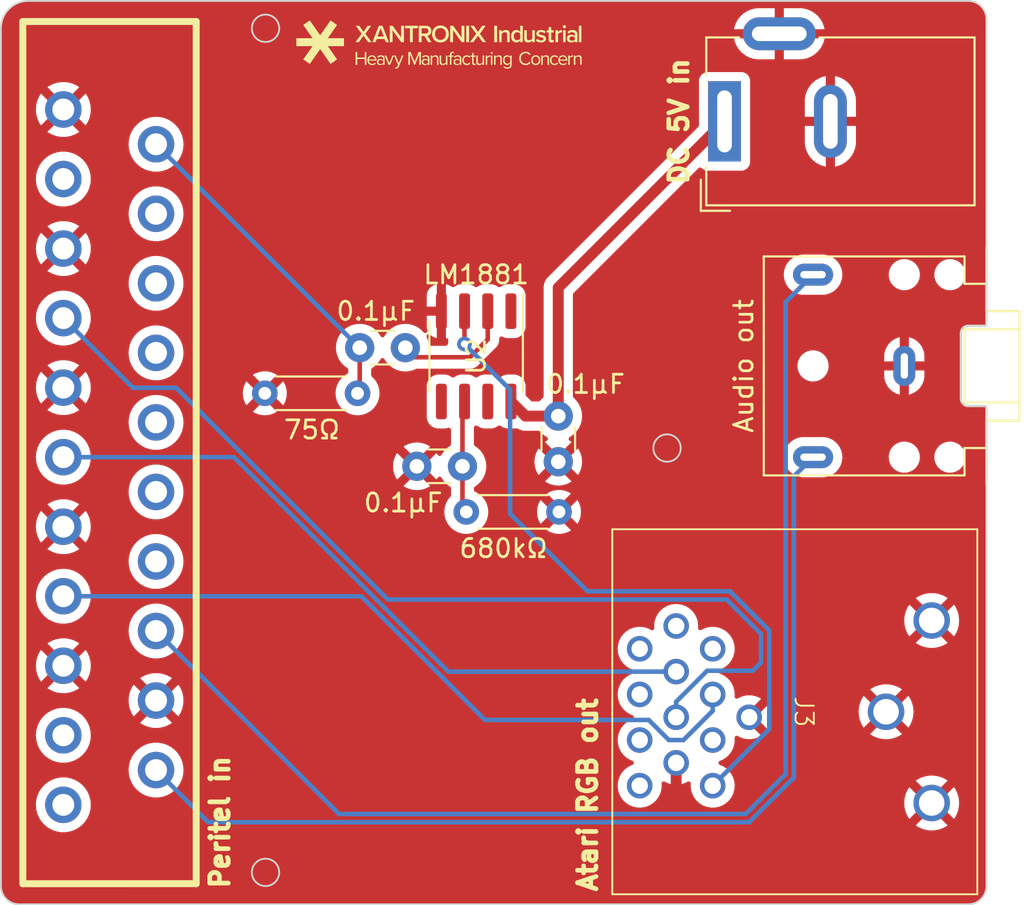
<source format=kicad_pcb>
(kicad_pcb (version 20221018) (generator pcbnew)

  (general
    (thickness 1.6)
  )

  (paper "A4")
  (layers
    (0 "F.Cu" signal)
    (31 "B.Cu" signal)
    (32 "B.Adhes" user "B.Adhesive")
    (33 "F.Adhes" user "F.Adhesive")
    (34 "B.Paste" user)
    (35 "F.Paste" user)
    (36 "B.SilkS" user "B.Silkscreen")
    (37 "F.SilkS" user "F.Silkscreen")
    (38 "B.Mask" user)
    (39 "F.Mask" user)
    (40 "Dwgs.User" user "User.Drawings")
    (41 "Cmts.User" user "User.Comments")
    (42 "Eco1.User" user "User.Eco1")
    (43 "Eco2.User" user "User.Eco2")
    (44 "Edge.Cuts" user)
    (45 "Margin" user)
    (46 "B.CrtYd" user "B.Courtyard")
    (47 "F.CrtYd" user "F.Courtyard")
    (48 "B.Fab" user)
    (49 "F.Fab" user)
    (50 "User.1" user)
    (51 "User.2" user)
    (52 "User.3" user)
    (53 "User.4" user)
    (54 "User.5" user)
    (55 "User.6" user)
    (56 "User.7" user)
    (57 "User.8" user)
    (58 "User.9" user)
  )

  (setup
    (pad_to_mask_clearance 0)
    (aux_axis_origin 117.5 110.5)
    (grid_origin 117.5 110.5)
    (pcbplotparams
      (layerselection 0x00010fc_ffffffff)
      (plot_on_all_layers_selection 0x0000000_00000000)
      (disableapertmacros false)
      (usegerberextensions false)
      (usegerberattributes true)
      (usegerberadvancedattributes true)
      (creategerberjobfile true)
      (dashed_line_dash_ratio 12.000000)
      (dashed_line_gap_ratio 3.000000)
      (svgprecision 4)
      (plotframeref false)
      (viasonmask false)
      (mode 1)
      (useauxorigin false)
      (hpglpennumber 1)
      (hpglpenspeed 20)
      (hpglpendiameter 15.000000)
      (dxfpolygonmode true)
      (dxfimperialunits true)
      (dxfusepcbnewfont true)
      (psnegative false)
      (psa4output false)
      (plotreference true)
      (plotvalue true)
      (plotinvisibletext false)
      (sketchpadsonfab false)
      (subtractmaskfromsilk false)
      (outputformat 1)
      (mirror false)
      (drillshape 1)
      (scaleselection 1)
      (outputdirectory "")
    )
  )

  (net 0 "")
  (net 1 "GND")
  (net 2 "Net-(U2-INT)")
  (net 3 "CVBS")
  (net 4 "Net-(U2-VIDEO)")
  (net 5 "unconnected-(J1-P1-Pad1)")
  (net 6 "AUDIO_L")
  (net 7 "unconnected-(J1-P3-Pad3)")
  (net 8 "VIDEO_B")
  (net 9 "unconnected-(J1-P8-Pad8)")
  (net 10 "unconnected-(J1-P10-Pad10)")
  (net 11 "VIDEO_G")
  (net 12 "unconnected-(J1-P12-Pad12)")
  (net 13 "unconnected-(J1-P14-Pad14)")
  (net 14 "VIDEO_R")
  (net 15 "unconnected-(J1-P16-Pad16)")
  (net 16 "unconnected-(J1-P18-Pad18)")
  (net 17 "unconnected-(J1-P19-Pad19)")
  (net 18 "AUDIO_R")
  (net 19 "unconnected-(J3-Pad1)")
  (net 20 "unconnected-(J3-Pad2)")
  (net 21 "HSYNC")
  (net 22 "unconnected-(J3-Pad3)")
  (net 23 "VSYNC")
  (net 24 "unconnected-(U2-BURST-Pad5)")
  (net 25 "+5V")
  (net 26 "unconnected-(U2-O{slash}E-Pad7)")
  (net 27 "unconnected-(J3-Pad4)")
  (net 28 "unconnected-(J3-Pad5)")
  (net 29 "unconnected-(J3-Pad11)")
  (net 30 "Net-(U2-CSYNC)")

  (footprint "Capacitor_THT:C_Disc_D3.0mm_W1.6mm_P2.50mm" (layer "F.Cu") (at 137.16 80))

  (footprint "Connector_BarrelJack:BarrelJack_Wuerth_6941xx301002" (layer "F.Cu") (at 157.15 67.6 90))

  (footprint "Capacitor_THT:C_Disc_D3.0mm_W1.6mm_P2.50mm" (layer "F.Cu") (at 148.04 83.75 -90))

  (footprint "Connector_Audio:Jack_3.5mm_CUI_SJ1-3523N_Horizontal" (layer "F.Cu") (at 167 81 90))

  (footprint "Capacitor_THT:C_Disc_D3.0mm_W1.6mm_P2.50mm" (layer "F.Cu") (at 140.29 86.5))

  (footprint "Resistor_THT:R_Axial_DIN0204_L3.6mm_D1.6mm_P5.08mm_Horizontal" (layer "F.Cu") (at 131.96 82.5))

  (footprint "Resistor_THT:R_Axial_DIN0204_L3.6mm_D1.6mm_P5.08mm_Horizontal" (layer "F.Cu") (at 148.08 89 180))

  (footprint "sc1224-scart:SCART" (layer "F.Cu") (at 128.19964 86 90))

  (footprint "Package_SO:SOIC-8_3.9x4.9mm_P1.27mm" (layer "F.Cu") (at 143.54 80.475 -90))

  (footprint "sc1224-scart:DIN-13" (layer "F.Cu") (at 171 99.95 -90))

  (gr_poly
    (pts
      (xy 138.825827 64.502473)
      (xy 138.739044 64.502473)
      (xy 138.526319 63.991298)
      (xy 138.612044 63.991298)
      (xy 138.782436 64.410398)
      (xy 138.951769 63.991298)
      (xy 139.038552 63.991298)
    )

    (stroke (width 0) (type solid)) (fill solid) (layer "F.SilkS") (tstamp 00c688b3-d054-4c12-8895-73ea33921b4a))
  (gr_poly
    (pts
      (xy 145.250024 63.978991)
      (xy 145.26264 63.980162)
      (xy 145.275045 63.982093)
      (xy 145.287221 63.984766)
      (xy 145.299149 63.988164)
      (xy 145.310811 63.992271)
      (xy 145.322187 63.997069)
      (xy 145.333259 64.002542)
      (xy 145.344009 64.008672)
      (xy 145.354417 64.015443)
      (xy 145.364466 64.022836)
      (xy 145.374137 64.030836)
      (xy 145.383411 64.039425)
      (xy 145.392269 64.048586)
      (xy 145.400694 64.058302)
      (xy 145.408665 64.068556)
      (xy 145.408665 63.991298)
      (xy 145.488041 63.991298)
      (xy 145.488041 64.487656)
      (xy 145.487697 64.503192)
      (xy 145.486679 64.518057)
      (xy 145.485008 64.532264)
      (xy 145.482703 64.545823)
      (xy 145.479787 64.558746)
      (xy 145.476278 64.571046)
      (xy 145.472199 64.582733)
      (xy 145.467568 64.59382)
      (xy 145.462408 64.604317)
      (xy 145.456737 64.614237)
      (xy 145.450578 64.623591)
      (xy 145.44395 64.632391)
      (xy 145.436874 64.640648)
      (xy 145.42937 64.648375)
      (xy 145.42146 64.655582)
      (xy 145.413163 64.662281)
      (xy 145.4045 64.668484)
      (xy 145.395492 64.674203)
      (xy 145.386159 64.679448)
      (xy 145.376522 64.684233)
      (xy 145.366602 64.688568)
      (xy 145.356418 64.692465)
      (xy 145.335342 64.698992)
      (xy 145.313461 64.703906)
      (xy 145.290938 64.707301)
      (xy 145.267937 64.70927)
      (xy 145.244623 64.709906)
      (xy 145.228667 64.709701)
      (xy 145.213314 64.709062)
      (xy 145.198522 64.707952)
      (xy 145.184249 64.706334)
      (xy 145.170454 64.70417)
      (xy 145.157094 64.701423)
      (xy 145.144128 64.698055)
      (xy 145.131514 64.694031)
      (xy 145.11921 64.689312)
      (xy 145.107175 64.683861)
      (xy 145.095365 64.677641)
      (xy 145.083741 64.670615)
      (xy 145.072258 64.662746)
      (xy 145.060877 64.653996)
      (xy 145.049554 64.644328)
      (xy 145.038249 64.633706)
      (xy 145.078465 64.574439)
      (xy 145.086505 64.583595)
      (xy 145.094764 64.592026)
      (xy 145.103261 64.599749)
      (xy 145.112018 64.606785)
      (xy 145.121053 64.61315)
      (xy 145.130388 64.618864)
      (xy 145.140042 64.623946)
      (xy 145.150035 64.628414)
      (xy 145.160388 64.632287)
      (xy 145.171121 64.635583)
      (xy 145.182254 64.638321)
      (xy 145.193807 64.640519)
      (xy 145.2058 64.642196)
      (xy 145.218254 64.643371)
      (xy 145.231188 64.644063)
      (xy 145.244623 64.644289)
      (xy 145.260418 64.643798)
      (xy 145.275981 64.642297)
      (xy 145.291202 64.639741)
      (xy 145.305974 64.636087)
      (xy 145.313157 64.633835)
      (xy 145.320187 64.631293)
      (xy 145.327051 64.628454)
      (xy 145.333734 64.625314)
      (xy 145.340224 64.621866)
      (xy 145.346506 64.618107)
      (xy 145.352568 64.614029)
      (xy 145.358394 64.609629)
      (xy 145.363973 64.604899)
      (xy 145.36929 64.599836)
      (xy 145.374332 64.594433)
      (xy 145.379086 64.588685)
      (xy 145.383537 64.582587)
      (xy 145.387672 64.576133)
      (xy 145.391477 64.569318)
      (xy 145.39494 64.562136)
      (xy 145.398046 64.554582)
      (xy 145.400782 64.546651)
      (xy 145.403134 64.538336)
      (xy 145.405089 64.529634)
      (xy 145.406633 64.520537)
      (xy 145.407753 64.511041)
      (xy 145.408435 64.501141)
      (xy 145.408665 64.490831)
      (xy 145.408665 64.417806)
      (xy 145.401426 64.427374)
      (xy 145.393615 64.436606)
      (xy 145.385255 64.445462)
      (xy 145.376369 64.453905)
      (xy 145.366981 64.461895)
      (xy 145.357114 64.469393)
      (xy 145.346792 64.476362)
      (xy 145.336037 64.482761)
      (xy 145.324872 64.488553)
      (xy 145.313322 64.493698)
      (xy 145.301409 64.498158)
      (xy 145.289156 64.501894)
      (xy 145.276587 64.504867)
      (xy 145.263725 64.507039)
      (xy 145.250593 64.50837)
      (xy 145.237215 64.508822)
      (xy 145.22483 64.508532)
      (xy 145.212684 64.507665)
      (xy 145.200788 64.506227)
      (xy 145.189152 64.504225)
      (xy 145.177785 64.501665)
      (xy 145.166698 64.498553)
      (xy 145.155901 64.494896)
      (xy 145.145404 64.490698)
      (xy 145.135218 64.485968)
      (xy 145.125351 64.48071)
      (xy 145.115814 64.474932)
      (xy 145.106618 64.468639)
      (xy 145.097772 64.461837)
      (xy 145.089287 64.454533)
      (xy 145.081172 64.446733)
      (xy 145.073438 64.438443)
      (xy 145.066094 64.42967)
      (xy 145.059151 64.420419)
      (xy 145.052619 64.410696)
      (xy 145.046508 64.400509)
      (xy 145.040828 64.389862)
      (xy 145.035589 64.378763)
      (xy 145.030801 64.367218)
      (xy 145.026474 64.355232)
      (xy 145.022619 64.342812)
      (xy 145.019244 64.329964)
      (xy 145.016362 64.316695)
      (xy 145.013981 64.30301)
      (xy 145.012111 64.288916)
      (xy 145.010763 64.274418)
      (xy 145.009947 64.259524)
      (xy 145.009673 64.244239)
      (xy 145.092223 64.244239)
      (xy 145.092402 64.254668)
      (xy 145.092937 64.264914)
      (xy 145.093825 64.274966)
      (xy 145.095061 64.284816)
      (xy 145.096642 64.294453)
      (xy 145.098565 64.303868)
      (xy 145.100824 64.313052)
      (xy 145.103418 64.321994)
      (xy 145.106342 64.330685)
      (xy 145.109593 64.339115)
      (xy 145.113166 64.347274)
      (xy 145.117059 64.355153)
      (xy 145.121267 64.362743)
      (xy 145.125787 64.370033)
      (xy 145.130615 64.377013)
      (xy 145.135747 64.383675)
      (xy 145.14118 64.390008)
      (xy 145.146911 64.396002)
      (xy 145.152934 64.401649)
      (xy 145.159248 64.406937)
      (xy 145.165847 64.411859)
      (xy 145.172729 64.416403)
      (xy 145.179889 64.42056)
      (xy 145.187324 64.424321)
      (xy 145.195031 64.427676)
      (xy 145.203005 64.430615)
      (xy 145.211244 64.433128)
      (xy 145.219742 64.435206)
      (xy 145.228497 64.43684)
      (xy 145.237505 64.438018)
      (xy 145.246762 64.438732)
      (xy 145.256265 64.438973)
      (xy 145.262211 64.438859)
      (xy 145.268139 64.438522)
      (xy 145.274043 64.437968)
      (xy 145.279916 64.437203)
      (xy 145.285755 64.436234)
      (xy 145.291551 64.435066)
      (xy 145.297301 64.433706)
      (xy 145.302997 64.43216)
      (xy 145.308635 64.430434)
      (xy 145.314208 64.428534)
      (xy 145.31971 64.426467)
      (xy 145.325136 64.424239)
      (xy 145.335735 64.419323)
      (xy 145.345959 64.413837)
      (xy 145.355761 64.40783)
      (xy 145.365096 64.401352)
      (xy 145.373915 64.394452)
      (xy 145.382174 64.38718)
      (xy 145.389824 64.379586)
      (xy 145.396821 64.371719)
      (xy 145.403117 64.363628)
      (xy 145.405987 64.359515)
      (xy 145.408665 64.355364)
      (xy 145.408665 64.132056)
      (xy 145.403117 64.123804)
      (xy 145.396821 64.115747)
      (xy 145.389824 64.107932)
      (xy 145.382174 64.100405)
      (xy 145.373915 64.093213)
      (xy 145.365096 64.086403)
      (xy 145.355761 64.08002)
      (xy 145.345959 64.074112)
      (xy 145.335735 64.068725)
      (xy 145.325135 64.063905)
      (xy 145.314207 64.059699)
      (xy 145.302997 64.056154)
      (xy 145.291551 64.053315)
      (xy 145.279916 64.05123)
      (xy 145.268139 64.049945)
      (xy 145.256265 64.049506)
      (xy 145.246762 64.049743)
      (xy 145.237505 64.050449)
      (xy 145.228497 64.051614)
      (xy 145.219742 64.053229)
      (xy 145.211244 64.055285)
      (xy 145.203005 64.057773)
      (xy 145.195031 64.060684)
      (xy 145.187324 64.064008)
      (xy 145.179889 64.067738)
      (xy 145.172729 64.071863)
      (xy 145.165847 64.076374)
      (xy 145.159248 64.081262)
      (xy 145.152934 64.086519)
      (xy 145.146911 64.092135)
      (xy 145.14118 64.0981)
      (xy 145.135747 64.104407)
      (xy 145.130615 64.111045)
      (xy 145.125787 64.118006)
      (xy 145.121267 64.125281)
      (xy 145.117059 64.13286)
      (xy 145.113166 64.140734)
      (xy 145.109593 64.148895)
      (xy 145.106342 64.157333)
      (xy 145.103418 64.166038)
      (xy 145.098565 64.184217)
      (xy 145.095061 64.203359)
      (xy 145.092937 64.223391)
      (xy 145.092223 64.244239)
      (xy 145.009673 64.244239)
      (xy 145.009944 64.229044)
      (xy 145.010752 64.214223)
      (xy 145.012086 64.199781)
      (xy 145.013937 64.185727)
      (xy 145.016296 64.172067)
      (xy 145.019154 64.158809)
      (xy 145.0225 64.14596)
      (xy 145.026325 64.133528)
      (xy 145.03062 64.121518)
      (xy 145.035376 64.109939)
      (xy 145.040582 64.098797)
      (xy 145.046229 64.0881)
      (xy 145.052308 64.077855)
      (xy 145.05881 64.068069)
      (xy 145.065724 64.058749)
      (xy 145.073041 64.049903)
      (xy 145.080752 64.041537)
      (xy 145.088848 64.033659)
      (xy 145.097318 64.026276)
      (xy 145.106153 64.019395)
      (xy 145.115345 64.013023)
      (xy 145.124882 64.007168)
      (xy 145.134757 64.001836)
      (xy 145.144958 63.997036)
      (xy 145.155478 63.992773)
      (xy 145.166306 63.989055)
      (xy 145.177432 63.985889)
      (xy 145.188848 63.983283)
      (xy 145.200544 63.981244)
      (xy 145.21251 63.979779)
      (xy 145.224737 63.978894)
      (xy 145.237215 63.978597)
    )

    (stroke (width 0) (type solid)) (fill solid) (layer "F.SilkS") (tstamp 058064fb-4473-4e89-8c3b-42cb81f63dd3))
  (gr_poly
    (pts
      (xy 135.919296 64.203264)
      (xy 135.561695 64.453662)
      (xy 134.066851 62.318831)
      (xy 134.424452 62.068433)
    )

    (stroke (width 0) (type solid)) (fill solid) (layer "F.SilkS") (tstamp 07134625-3018-4cb6-b3eb-d01a8873e4d7))
  (gr_poly
    (pts
      (xy 143.400476 63.991298)
      (xy 143.504193 63.991298)
      (xy 143.504193 64.061148)
      (xy 143.400476 64.061148)
      (xy 143.400476 64.378648)
      (xy 143.400674 64.385663)
      (xy 143.400923 64.38907)
      (xy 143.401272 64.392406)
      (xy 143.40172 64.395667)
      (xy 143.402269 64.398851)
      (xy 143.402918 64.401954)
      (xy 143.403667 64.404974)
      (xy 143.404518 64.407907)
      (xy 143.405469 64.410749)
      (xy 143.406521 64.413499)
      (xy 143.407675 64.416153)
      (xy 143.40893 64.418707)
      (xy 143.410288 64.421159)
      (xy 143.411747 64.423506)
      (xy 143.413308 64.425744)
      (xy 143.414971 64.42787)
      (xy 143.416737 64.429882)
      (xy 143.418606 64.431776)
      (xy 143.420577 64.433549)
      (xy 143.422652 64.435198)
      (xy 143.42483 64.43672)
      (xy 143.427112 64.438111)
      (xy 143.429497 64.43937)
      (xy 143.431986 64.440492)
      (xy 143.434579 64.441474)
      (xy 143.437276 64.442314)
      (xy 143.440078 64.443008)
      (xy 143.442984 64.443553)
      (xy 143.445996 64.443946)
      (xy 143.449112 64.444184)
      (xy 143.452333 64.444264)
      (xy 143.456486 64.444155)
      (xy 143.4606 64.443832)
      (xy 143.464661 64.443309)
      (xy 143.468655 64.442594)
      (xy 143.472569 64.4417)
      (xy 143.476388 64.440637)
      (xy 143.480099 64.439415)
      (xy 143.483687 64.438047)
      (xy 143.487139 64.436542)
      (xy 143.49044 64.434911)
      (xy 143.493577 64.433166)
      (xy 143.496536 64.431316)
      (xy 143.499303 64.429374)
      (xy 143.501863 64.42735)
      (xy 143.504203 64.425254)
      (xy 143.506309 64.423098)
      (xy 143.529593 64.482364)
      (xy 143.525721 64.485872)
      (xy 143.521636 64.489243)
      (xy 143.517326 64.492466)
      (xy 143.512775 64.495527)
      (xy 143.50797 64.498415)
      (xy 143.502896 64.501117)
      (xy 143.497541 64.50362)
      (xy 143.491889 64.505912)
      (xy 143.485928 64.507981)
      (xy 143.479642 64.509815)
      (xy 143.473018 64.5114)
      (xy 143.466043 64.512725)
      (xy 143.458702 64.513777)
      (xy 143.45098 64.514544)
      (xy 143.442865 64.515013)
      (xy 143.434343 64.515173)
      (xy 143.427407 64.515046)
      (xy 143.420688 64.514667)
      (xy 143.414187 64.514037)
      (xy 143.407903 64.513159)
      (xy 143.401837 64.512035)
      (xy 143.395989 64.510666)
      (xy 143.390359 64.509054)
      (xy 143.384948 64.507202)
      (xy 143.379755 64.505111)
      (xy 143.374782 64.502783)
      (xy 143.370027 64.50022)
      (xy 143.365491 64.497425)
      (xy 143.361175 64.494398)
      (xy 143.357078 64.491143)
      (xy 143.353201 64.48766)
      (xy 143.349544 64.483952)
      (xy 143.346107 64.480021)
      (xy 143.34289 64.475868)
      (xy 143.339894 64.471496)
      (xy 143.337119 64.466907)
      (xy 143.334564 64.462102)
      (xy 143.332231 64.457084)
      (xy 143.330119 64.451854)
      (xy 143.328228 64.446414)
      (xy 143.326559 64.440767)
      (xy 143.325112 64.434913)
      (xy 143.323887 64.428856)
      (xy 143.322885 64.422597)
      (xy 143.322105 64.416139)
      (xy 143.321547 64.409481)
      (xy 143.321101 64.395581)
      (xy 143.321101 64.061148)
      (xy 143.236434 64.061148)
      (xy 143.236434 63.991298)
      (xy 143.321101 63.991298)
      (xy 143.321101 63.851598)
      (xy 143.400476 63.851598)
    )

    (stroke (width 0) (type solid)) (fill solid) (layer "F.SilkS") (tstamp 0d856076-be46-42ff-bfda-709b124b3993))
  (gr_poly
    (pts
      (xy 138.345248 63.979175)
      (xy 138.364733 63.980931)
      (xy 138.383585 63.983907)
      (xy 138.392742 63.985863)
      (xy 138.4017 63.988139)
      (xy 138.410448 63.990739)
      (xy 138.418971 63.993668)
      (xy 138.427258 63.99693)
      (xy 138.435294 64.000531)
      (xy 138.443066 64.004476)
      (xy 138.450562 64.008768)
      (xy 138.457768 64.013414)
      (xy 138.464671 64.018417)
      (xy 138.471257 64.023784)
      (xy 138.477515 64.029518)
      (xy 138.483429 64.035624)
      (xy 138.488988 64.042108)
      (xy 138.494178 64.048974)
      (xy 138.498985 64.056227)
      (xy 138.503397 64.063871)
      (xy 138.507401 64.071913)
      (xy 138.510983 64.080356)
      (xy 138.51413 64.089205)
      (xy 138.51683 64.098466)
      (xy 138.519068 64.108142)
      (xy 138.520831 64.11824)
      (xy 138.522107 64.128763)
      (xy 138.522882 64.139717)
      (xy 138.523144 64.151106)
      (xy 138.523144 64.502473)
      (xy 138.443769 64.502473)
      (xy 138.443769 64.444264)
      (xy 138.435647 64.452735)
      (xy 138.42716 64.460681)
      (xy 138.418317 64.4681)
      (xy 138.409125 64.474989)
      (xy 138.399592 64.481345)
      (xy 138.389726 64.487164)
      (xy 138.379534 64.492444)
      (xy 138.369024 64.497181)
      (xy 138.358204 64.501373)
      (xy 138.347082 64.505015)
      (xy 138.335666 64.508106)
      (xy 138.323962 64.510642)
      (xy 138.31198 64.512619)
      (xy 138.299726 64.514036)
      (xy 138.287209 64.514888)
      (xy 138.274435 64.515173)
      (xy 138.266287 64.515002)
      (xy 138.258125 64.514492)
      (xy 138.241834 64.512455)
      (xy 138.23374 64.51093)
      (xy 138.225704 64.509068)
      (xy 138.217744 64.506872)
      (xy 138.209877 64.504341)
      (xy 138.202123 64.501477)
      (xy 138.194497 64.498281)
      (xy 138.187019 64.494753)
      (xy 138.179706 64.490895)
      (xy 138.172577 64.486708)
      (xy 138.165647 64.482192)
      (xy 138.158937 64.477348)
      (xy 138.152463 64.472178)
      (xy 138.146243 64.466682)
      (xy 138.140295 64.460862)
      (xy 138.134637 64.454718)
      (xy 138.129287 64.448252)
      (xy 138.124262 64.441464)
      (xy 138.119581 64.434355)
      (xy 138.115261 64.426926)
      (xy 138.11132 64.419179)
      (xy 138.107776 64.411113)
      (xy 138.104646 64.402731)
      (xy 138.10195 64.394033)
      (xy 138.099703 64.385021)
      (xy 138.097925 64.375694)
      (xy 138.096633 64.366054)
      (xy 138.095844 64.356102)
      (xy 138.095605 64.346898)
      (xy 138.177069 64.346898)
      (xy 138.17722 64.352896)
      (xy 138.177669 64.358785)
      (xy 138.178412 64.364557)
      (xy 138.179442 64.370208)
      (xy 138.180754 64.375733)
      (xy 138.182343 64.381126)
      (xy 138.184203 64.386382)
      (xy 138.186329 64.391496)
      (xy 138.188716 64.396463)
      (xy 138.191357 64.401278)
      (xy 138.194248 64.405935)
      (xy 138.197384 64.410429)
      (xy 138.200758 64.414754)
      (xy 138.204365 64.418906)
      (xy 138.2082 64.42288)
      (xy 138.212258 64.426669)
      (xy 138.216533 64.43027)
      (xy 138.221019 64.433676)
      (xy 138.225712 64.436882)
      (xy 138.230605 64.439884)
      (xy 138.235694 64.442676)
      (xy 138.240973 64.445252)
      (xy 138.246436 64.447608)
      (xy 138.252078 64.449738)
      (xy 138.257894 64.451637)
      (xy 138.263878 64.4533)
      (xy 138.270025 64.454721)
      (xy 138.276329 64.455895)
      (xy 138.282785 64.456818)
      (xy 138.289387 64.457484)
      (xy 138.296131 64.457887)
      (xy 138.30301 64.458023)
      (xy 138.313497 64.457774)
      (xy 138.323904 64.45703)
      (xy 138.334199 64.45579)
      (xy 138.344352 64.454054)
      (xy 138.35433 64.451821)
      (xy 138.364104 64.449093)
      (xy 138.373643 64.445868)
      (xy 138.382915 64.442147)
      (xy 138.391889 64.437931)
      (xy 138.400534 64.433218)
      (xy 138.40882 64.428009)
      (xy 138.416715 64.422304)
      (xy 138.424188 64.416103)
      (xy 138.427757 64.412816)
      (xy 138.431209 64.409405)
      (xy 138.43454 64.405871)
      (xy 138.437746 64.402212)
      (xy 138.440824 64.398429)
      (xy 138.443769 64.394522)
      (xy 138.443769 64.298214)
      (xy 138.437746 64.290525)
      (xy 138.431209 64.283332)
      (xy 138.424188 64.276634)
      (xy 138.416715 64.270433)
      (xy 138.40882 64.264728)
      (xy 138.400534 64.259519)
      (xy 138.391888 64.254806)
      (xy 138.382914 64.250589)
      (xy 138.373642 64.246869)
      (xy 138.364104 64.243644)
      (xy 138.35433 64.240916)
      (xy 138.344351 64.238683)
      (xy 138.334199 64.236947)
      (xy 138.323904 64.235707)
      (xy 138.313497 64.234962)
      (xy 138.30301 64.234714)
      (xy 138.296131 64.23485)
      (xy 138.289387 64.235253)
      (xy 138.282785 64.235919)
      (xy 138.276329 64.236843)
      (xy 138.270025 64.23802)
      (xy 138.263878 64.239444)
      (xy 138.257894 64.241111)
      (xy 138.252078 64.243016)
      (xy 138.246436 64.245153)
      (xy 138.240973 64.247517)
      (xy 138.235694 64.250104)
      (xy 138.230606 64.252909)
      (xy 138.225712 64.255925)
      (xy 138.22102 64.25915)
      (xy 138.216533 64.262576)
      (xy 138.212258 64.2662)
      (xy 138.208201 64.270016)
      (xy 138.204365 64.274019)
      (xy 138.200758 64.278204)
      (xy 138.197384 64.282567)
      (xy 138.194248 64.287101)
      (xy 138.191357 64.291803)
      (xy 138.188716 64.296666)
      (xy 138.186329 64.301687)
      (xy 138.184203 64.306859)
      (xy 138.182343 64.312179)
      (xy 138.180754 64.31764)
      (xy 138.179442 64.323238)
      (xy 138.178412 64.328968)
      (xy 138.177669 64.334825)
      (xy 138.17722 64.340803)
      (xy 138.177069 64.346898)
      (xy 138.095605 64.346898)
      (xy 138.095577 64.34584)
      (xy 138.095844 64.3353)
      (xy 138.096633 64.325114)
      (xy 138.097925 64.315278)
      (xy 138.099703 64.305792)
      (xy 138.10195 64.296655)
      (xy 138.104646 64.287866)
      (xy 138.107776 64.279424)
      (xy 138.11132 64.271326)
      (xy 138.115261 64.263573)
      (xy 138.119581 64.256163)
      (xy 138.124262 64.249094)
      (xy 138.129287 64.242367)
      (xy 138.134637 64.235979)
      (xy 138.140295 64.229929)
      (xy 138.146243 64.224216)
      (xy 138.152463 64.218839)
      (xy 138.158937 64.213798)
      (xy 138.165647 64.20909)
      (xy 138.172577 64.204714)
      (xy 138.179706 64.20067)
      (xy 138.187019 64.196956)
      (xy 138.194497 64.193571)
      (xy 138.209877 64.187784)
      (xy 138.225704 64.183299)
      (xy 138.241834 64.180107)
      (xy 138.258125 64.178199)
      (xy 138.274435 64.177564)
      (xy 138.287395 64.177826)
      (xy 138.300073 64.178612)
      (xy 138.312463 64.179929)
      (xy 138.324558 64.181781)
      (xy 138.336348 64.184173)
      (xy 138.347826 64.187108)
      (xy 138.358986 64.190592)
      (xy 138.369818 64.19463)
      (xy 138.380315 64.199226)
      (xy 138.39047 64.204384)
      (xy 138.400274 64.21011)
      (xy 138.40972 64.216409)
      (xy 138.4188 64.223283)
      (xy 138.427507 64.230739)
      (xy 138.435833 64.238782)
      (xy 138.443769 64.247414)
      (xy 138.443769 64.155339)
      (xy 138.443609 64.148977)
      (xy 138.443133 64.142791)
      (xy 138.442347 64.136781)
      (xy 138.441259 64.13095)
      (xy 138.439875 64.1253)
      (xy 138.438202 64.119832)
      (xy 138.436245 64.114549)
      (xy 138.434012 64.109451)
      (xy 138.43151 64.10454)
      (xy 138.428744 64.099819)
      (xy 138.425721 64.09529)
      (xy 138.422449 64.090953)
      (xy 138.418933 64.08681)
      (xy 138.415181 64.082864)
      (xy 138.411198 64.079116)
      (xy 138.406992 64.075567)
      (xy 138.402568 64.072221)
      (xy 138.397934 64.069077)
      (xy 138.393096 64.066139)
      (xy 138.388061 64.063407)
      (xy 138.382836 64.060884)
      (xy 138.377426 64.058571)
      (xy 138.371839 64.05647)
      (xy 138.36608 64.054583)
      (xy 138.354077 64.051456)
      (xy 138.34147 64.049206)
      (xy 138.328311 64.047846)
      (xy 138.314652 64.047389)
      (xy 138.303277 64.047651)
      (xy 138.292164 64.048439)
      (xy 138.281303 64.049761)
      (xy 138.270682 64.051623)
      (xy 138.26029 64.05403)
      (xy 138.250116 64.056989)
      (xy 138.240151 64.060506)
      (xy 138.230382 64.064587)
      (xy 138.2208 64.069239)
      (xy 138.211392 64.074468)
      (xy 138.202149 64.080279)
      (xy 138.193059 64.08668)
      (xy 138.184112 64.093676)
      (xy 138.175297 64.101273)
      (xy 138.166603 64.109479)
      (xy 138.158019 64.118298)
      (xy 138.120977 64.063264)
      (xy 138.131422 64.052895)
      (xy 138.142125 64.043218)
      (xy 138.153098 64.034229)
      (xy 138.164352 64.025925)
      (xy 138.175898 64.018303)
      (xy 138.187745 64.011361)
      (xy 138.199906 64.005094)
      (xy 138.212391 63.9995)
      (xy 138.22521 63.994576)
      (xy 138.238376 63.990318)
      (xy 138.251898 63.986724)
      (xy 138.265787 63.98379)
      (xy 138.280054 63.981514)
      (xy 138.294711 63.979892)
      (xy 138.309768 63.978921)
      (xy 138.325235 63.978598)
    )

    (stroke (width 0) (type solid)) (fill solid) (layer "F.SilkS") (tstamp 1224d46b-fa90-4b61-bd16-98fd37cc1132))
  (gr_poly
    (pts
      (xy 147.653408 62.609299)
      (xy 147.785646 62.609299)
      (xy 147.785646 62.733442)
      (xy 147.653408 62.733442)
      (xy 147.653408 63.074834)
      (xy 147.653472 63.078972)
      (xy 147.653661 63.083036)
      (xy 147.653975 63.087021)
      (xy 147.654415 63.090924)
      (xy 147.654979 63.09474)
      (xy 147.655668 63.098467)
      (xy 147.65648 63.102101)
      (xy 147.657414 63.105638)
      (xy 147.658472 63.109073)
      (xy 147.659651 63.112405)
      (xy 147.660952 63.115628)
      (xy 147.662374 63.118739)
      (xy 147.663917 63.121734)
      (xy 147.66558 63.12461)
      (xy 147.667362 63.127363)
      (xy 147.669263 63.12999)
      (xy 147.671284 63.132485)
      (xy 147.673422 63.134847)
      (xy 147.675677 63.137071)
      (xy 147.67805 63.139153)
      (xy 147.68054 63.14109)
      (xy 147.683145 63.142878)
      (xy 147.685867 63.144513)
      (xy 147.688703 63.145992)
      (xy 147.691654 63.147311)
      (xy 147.694719 63.148466)
      (xy 147.697898 63.149454)
      (xy 147.70119 63.15027)
      (xy 147.704595 63.150911)
      (xy 147.708111 63.151374)
      (xy 147.71174 63.151654)
      (xy 147.71548 63.151748)
      (xy 147.720521 63.151624)
      (xy 147.72551 63.151261)
      (xy 147.730428 63.150672)
      (xy 147.735256 63.149872)
      (xy 147.739973 63.148874)
      (xy 147.744559 63.147692)
      (xy 147.748995 63.146341)
      (xy 147.753261 63.144833)
      (xy 147.757338 63.143183)
      (xy 147.761205 63.141404)
      (xy 147.764842 63.139511)
      (xy 147.768231 63.137517)
      (xy 147.771351 63.135436)
      (xy 147.774182 63.133281)
      (xy 147.776705 63.131068)
      (xy 147.7789 63.128809)
      (xy 147.812634 63.23541)
      (xy 147.807635 63.239882)
      (xy 147.802245 63.24418)
      (xy 147.796451 63.248289)
      (xy 147.790243 63.252192)
      (xy 147.783607 63.255874)
      (xy 147.776533 63.259319)
      (xy 147.769008 63.26251)
      (xy 147.761021 63.265433)
      (xy 147.752559 63.268071)
      (xy 147.743611 63.270409)
      (xy 147.734164 63.27243)
      (xy 147.724208 63.27412)
      (xy 147.71373 63.275461)
      (xy 147.702718 63.276439)
      (xy 147.691161 63.277037)
      (xy 147.679046 63.27724)
      (xy 147.66895 63.277067)
      (xy 147.659155 63.276547)
      (xy 147.649664 63.275684)
      (xy 147.640476 63.274478)
      (xy 147.631594 63.272933)
      (xy 147.623018 63.271049)
      (xy 147.61475 63.26883)
      (xy 147.606792 63.266276)
      (xy 147.599144 63.263391)
      (xy 147.591807 63.260175)
      (xy 147.584783 63.256632)
      (xy 147.578073 63.252762)
      (xy 147.571678 63.248568)
      (xy 147.5656 63.244051)
      (xy 147.55984 63.239215)
      (xy 147.554398 63.23406)
      (xy 147.549277 63.228589)
      (xy 147.544477 63.222804)
      (xy 147.54 63.216706)
      (xy 147.535847 63.210298)
      (xy 147.532019 63.203582)
      (xy 147.528518 63.19656)
      (xy 147.525344 63.189233)
      (xy 147.522498 63.181603)
      (xy 147.519983 63.173673)
      (xy 147.5178 63.165445)
      (xy 147.515948 63.15692)
      (xy 147.514431 63.148101)
      (xy 147.513249 63.138989)
      (xy 147.512403 63.129586)
      (xy 147.511894 63.119895)
      (xy 147.511725 63.109918)
      (xy 147.511725 62.733442)
      (xy 147.403773 62.733442)
      (xy 147.403773 62.609299)
      (xy 147.511725 62.609299)
      (xy 147.511725 62.431182)
      (xy 147.653408 62.431182)
    )

    (stroke (width 0) (type solid)) (fill solid) (layer "F.SilkS") (tstamp 1728a95b-89b1-46a2-bb67-abd20423d939))
  (gr_poly
    (pts
      (xy 144.6887 63.261048)
      (xy 144.530822 63.261048)
      (xy 144.530822 62.361015)
      (xy 144.6887 62.361015)
    )

    (stroke (width 0) (type solid)) (fill solid) (layer "F.SilkS") (tstamp 17c3ac52-6cc4-4b9d-b8bb-d4264712788c))
  (gr_poly
    (pts
      (xy 143.041854 63.978708)
      (xy 143.050255 63.979038)
      (xy 143.058441 63.979581)
      (xy 143.066416 63.980334)
      (xy 143.074184 63.981291)
      (xy 143.081749 63.982448)
      (xy 143.089116 63.983801)
      (xy 143.096287 63.985344)
      (xy 143.103268 63.987074)
      (xy 143.110062 63.988984)
      (xy 143.116674 63.991072)
      (xy 143.123107 63.993331)
      (xy 143.129366 63.995758)
      (xy 143.135454 63.998348)
      (xy 143.141377 64.001096)
      (xy 143.147137 64.003997)
      (xy 143.152738 64.007047)
      (xy 143.158186 64.010242)
      (xy 143.163484 64.013576)
      (xy 143.168636 64.017045)
      (xy 143.178518 64.024368)
      (xy 143.187866 64.032175)
      (xy 143.196711 64.040429)
      (xy 143.205087 64.049092)
      (xy 143.213025 64.058127)
      (xy 143.220559 64.067497)
      (xy 143.167642 64.116181)
      (xy 143.16118 64.107758)
      (xy 143.154495 64.099946)
      (xy 143.147587 64.092736)
      (xy 143.140456 64.086117)
      (xy 143.133101 64.080082)
      (xy 143.125523 64.07462)
      (xy 143.117722 64.069723)
      (xy 143.109698 64.065381)
      (xy 143.10145 64.061584)
      (xy 143.09298 64.058324)
      (xy 143.084286 64.055591)
      (xy 143.075368 64.053375)
      (xy 143.066228 64.051668)
      (xy 143.056864 64.050461)
      (xy 143.047277 64.049743)
      (xy 143.037467 64.049506)
      (xy 143.027369 64.049749)
      (xy 143.017518 64.050472)
      (xy 143.007918 64.051666)
      (xy 142.998575 64.053319)
      (xy 142.989493 64.055423)
      (xy 142.980677 64.057968)
      (xy 142.972132 64.060943)
      (xy 142.963863 64.064339)
      (xy 142.955874 64.068145)
      (xy 142.948171 64.072353)
      (xy 142.940758 64.076952)
      (xy 142.93364 64.081932)
      (xy 142.926823 64.087283)
      (xy 142.92031 64.092995)
      (xy 142.914106 64.099059)
      (xy 142.908218 64.105465)
      (xy 142.902648 64.112203)
      (xy 142.897403 64.119262)
      (xy 142.892487 64.126633)
      (xy 142.887905 64.134307)
      (xy 142.883661 64.142272)
      (xy 142.879761 64.15052)
      (xy 142.87621 64.159041)
      (xy 142.873012 64.167824)
      (xy 142.870172 64.17686)
      (xy 142.867694 64.186138)
      (xy 142.865585 64.19565)
      (xy 142.863848 64.205385)
      (xy 142.862489 64.215332)
      (xy 142.861512 64.225483)
      (xy 142.860923 64.235828)
      (xy 142.860725 64.246356)
      (xy 142.860923 64.256887)
      (xy 142.861512 64.26724)
      (xy 142.862489 64.277405)
      (xy 142.863848 64.287372)
      (xy 142.865585 64.297131)
      (xy 142.867694 64.306671)
      (xy 142.870172 64.315981)
      (xy 142.873012 64.325053)
      (xy 142.87621 64.333875)
      (xy 142.879761 64.342436)
      (xy 142.883661 64.350728)
      (xy 142.887905 64.35874)
      (xy 142.892487 64.36646)
      (xy 142.897403 64.37388)
      (xy 142.902648 64.380989)
      (xy 142.908218 64.387776)
      (xy 142.914106 64.394231)
      (xy 142.92031 64.400344)
      (xy 142.926823 64.406105)
      (xy 142.93364 64.411503)
      (xy 142.940758 64.416529)
      (xy 142.948171 64.421171)
      (xy 142.955874 64.42542)
      (xy 142.963863 64.429265)
      (xy 142.972132 64.432697)
      (xy 142.980677 64.435704)
      (xy 142.989493 64.438277)
      (xy 142.998575 64.440405)
      (xy 143.007918 64.442078)
      (xy 143.017518 64.443286)
      (xy 143.027369 64.444018)
      (xy 143.037467 64.444264)
      (xy 143.047277 64.444015)
      (xy 143.056864 64.443266)
      (xy 143.066228 64.442011)
      (xy 143.075368 64.440246)
      (xy 143.084286 64.437966)
      (xy 143.09298 64.435167)
      (xy 143.10145 64.431844)
      (xy 143.109698 64.427992)
      (xy 143.117722 64.423607)
      (xy 143.125523 64.418684)
      (xy 143.133101 64.413219)
      (xy 143.140456 64.407206)
      (xy 143.147587 64.400641)
      (xy 143.154495 64.39352)
      (xy 143.16118 64.385838)
      (xy 143.167642 64.377589)
      (xy 143.220559 64.426272)
      (xy 143.213025 64.435642)
      (xy 143.205087 64.444677)
      (xy 143.196711 64.45334)
      (xy 143.187866 64.461594)
      (xy 143.178519 64.469402)
      (xy 143.168636 64.476725)
      (xy 143.158187 64.483528)
      (xy 143.147137 64.489772)
      (xy 143.135455 64.495422)
      (xy 143.123107 64.500438)
      (xy 143.110062 64.504785)
      (xy 143.096287 64.508426)
      (xy 143.081749 64.511321)
      (xy 143.066416 64.513436)
      (xy 143.050255 64.514732)
      (xy 143.033234 64.515172)
      (xy 143.019094 64.514834)
      (xy 143.005255 64.513828)
      (xy 142.991727 64.512169)
      (xy 142.978519 64.509872)
      (xy 142.965641 64.506953)
      (xy 142.953104 64.503424)
      (xy 142.940916 64.499302)
      (xy 142.929087 64.494601)
      (xy 142.917628 64.489336)
      (xy 142.906546 64.483521)
      (xy 142.895854 64.477171)
      (xy 142.885559 64.470301)
      (xy 142.875672 64.462925)
      (xy 142.866203 64.455059)
      (xy 142.85716 64.446717)
      (xy 142.848554 64.437914)
      (xy 142.840395 64.428664)
      (xy 142.832692 64.418983)
      (xy 142.825455 64.408885)
      (xy 142.818694 64.398384)
      (xy 142.812417 64.387495)
      (xy 142.806636 64.376234)
      (xy 142.801359 64.364615)
      (xy 142.796597 64.352652)
      (xy 142.792358 64.340361)
      (xy 142.788653 64.327756)
      (xy 142.785492 64.314851)
      (xy 142.782884 64.301662)
      (xy 142.780838 64.288203)
      (xy 142.779365 64.27449)
      (xy 142.778474 64.260535)
      (xy 142.778175 64.246356)
      (xy 142.778474 64.232272)
      (xy 142.779365 64.218408)
      (xy 142.780838 64.204779)
      (xy 142.782884 64.191399)
      (xy 142.785492 64.178283)
      (xy 142.788653 64.165447)
      (xy 142.792358 64.152904)
      (xy 142.796597 64.140671)
      (xy 142.801359 64.128762)
      (xy 142.806636 64.117192)
      (xy 142.812417 64.105975)
      (xy 142.818694 64.095128)
      (xy 142.825455 64.084664)
      (xy 142.832692 64.074598)
      (xy 142.840395 64.064947)
      (xy 142.848554 64.055723)
      (xy 142.85716 64.046943)
      (xy 142.866203 64.038622)
      (xy 142.875672 64.030773)
      (xy 142.885559 64.023413)
      (xy 142.895854 64.016556)
      (xy 142.906546 64.010217)
      (xy 142.917628 64.004411)
      (xy 142.929087 63.999152)
      (xy 142.940916 63.994456)
      (xy 142.953104 63.990338)
      (xy 142.965641 63.986813)
      (xy 142.978519 63.983895)
      (xy 142.991727 63.9816)
      (xy 143.005255 63.979942)
      (xy 143.019094 63.978936)
      (xy 143.033234 63.978597)
    )

    (stroke (width 0) (type solid)) (fill solid) (layer "F.SilkS") (tstamp 1f45d3f2-29be-4fb7-a6ba-9ad815e177ed))
  (gr_poly
    (pts
      (xy 135.919296 62.318831)
      (xy 134.424478 64.453662)
      (xy 134.066851 64.203264)
      (xy 135.561669 62.068433)
    )

    (stroke (width 0) (type solid)) (fill solid) (layer "F.SilkS") (tstamp 2a5d8537-346d-4e18-a56a-7ba0e87a0914))
  (gr_poly
    (pts
      (xy 140.804813 63.979175)
      (xy 140.824298 63.980931)
      (xy 140.843151 63.983907)
      (xy 140.852307 63.985863)
      (xy 140.861265 63.988139)
      (xy 140.870013 63.990739)
      (xy 140.878537 63.993668)
      (xy 140.886823 63.99693)
      (xy 140.894859 64.000531)
      (xy 140.902632 64.004476)
      (xy 140.910128 64.008768)
      (xy 140.917333 64.013414)
      (xy 140.924236 64.018417)
      (xy 140.930823 64.023784)
      (xy 140.93708 64.029518)
      (xy 140.942994 64.035624)
      (xy 140.948553 64.042108)
      (xy 140.953743 64.048974)
      (xy 140.95855 64.056227)
      (xy 140.962963 64.063871)
      (xy 140.966966 64.071913)
      (xy 140.970549 64.080356)
      (xy 140.973696 64.089205)
      (xy 140.976395 64.098466)
      (xy 140.978633 64.108142)
      (xy 140.980397 64.11824)
      (xy 140.981673 64.128763)
      (xy 140.982448 64.139717)
      (xy 140.982709 64.151106)
      (xy 140.982709 64.502473)
      (xy 140.903334 64.502473)
      (xy 140.903334 64.444264)
      (xy 140.895212 64.452735)
      (xy 140.886725 64.460681)
      (xy 140.877882 64.4681)
      (xy 140.86869 64.474989)
      (xy 140.859157 64.481345)
      (xy 140.849291 64.487164)
      (xy 140.839099 64.492444)
      (xy 140.828589 64.497181)
      (xy 140.81777 64.501373)
      (xy 140.806648 64.505015)
      (xy 140.795231 64.508106)
      (xy 140.783528 64.510642)
      (xy 140.771545 64.512619)
      (xy 140.759291 64.514036)
      (xy 140.746774 64.514888)
      (xy 140.734001 64.515173)
      (xy 140.725852 64.515002)
      (xy 140.717691 64.514492)
      (xy 140.701399 64.512455)
      (xy 140.693305 64.51093)
      (xy 140.685269 64.509068)
      (xy 140.677309 64.506872)
      (xy 140.669443 64.504341)
      (xy 140.661688 64.501477)
      (xy 140.654063 64.498281)
      (xy 140.646585 64.494753)
      (xy 140.639272 64.490895)
      (xy 140.632142 64.486708)
      (xy 140.625213 64.482192)
      (xy 140.618502 64.477348)
      (xy 140.612028 64.472178)
      (xy 140.605808 64.466682)
      (xy 140.59986 64.460862)
      (xy 140.594202 64.454718)
      (xy 140.588852 64.448252)
      (xy 140.583828 64.441464)
      (xy 140.579146 64.434355)
      (xy 140.574826 64.426926)
      (xy 140.570885 64.419179)
      (xy 140.567341 64.411113)
      (xy 140.564212 64.402731)
      (xy 140.561515 64.394033)
      (xy 140.559268 64.385021)
      (xy 140.55749 64.375694)
      (xy 140.556198 64.366054)
      (xy 140.555409 64.356102)
      (xy 140.55517 64.346898)
      (xy 140.636634 64.346898)
      (xy 140.636785 64.352896)
      (xy 140.637234 64.358785)
      (xy 140.637977 64.364557)
      (xy 140.639007 64.370208)
      (xy 140.640319 64.375733)
      (xy 140.641908 64.381126)
      (xy 140.643768 64.386382)
      (xy 140.645894 64.391496)
      (xy 140.648281 64.396463)
      (xy 140.650922 64.401278)
      (xy 140.653814 64.405935)
      (xy 140.656949 64.410429)
      (xy 140.660323 64.414754)
      (xy 140.663931 64.418906)
      (xy 140.667766 64.42288)
      (xy 140.671824 64.426669)
      (xy 140.676099 64.43027)
      (xy 140.680585 64.433676)
      (xy 140.685278 64.436882)
      (xy 140.690171 64.439884)
      (xy 140.69526 64.442676)
      (xy 140.700538 64.445252)
      (xy 140.706002 64.447608)
      (xy 140.711644 64.449738)
      (xy 140.71746 64.451637)
      (xy 140.723444 64.4533)
      (xy 140.72959 64.454721)
      (xy 140.735894 64.455895)
      (xy 140.742351 64.456818)
      (xy 140.748953 64.457484)
      (xy 140.755697 64.457887)
      (xy 140.762576 64.458023)
      (xy 140.773063 64.457774)
      (xy 140.78347 64.45703)
      (xy 140.793765 64.45579)
      (xy 140.803917 64.454054)
      (xy 140.813896 64.451821)
      (xy 140.82367 64.449093)
      (xy 140.833208 64.445868)
      (xy 140.84248 64.442147)
      (xy 140.851454 64.437931)
      (xy 140.860099 64.433218)
      (xy 140.868385 64.428009)
      (xy 140.87628 64.422304)
      (xy 140.883754 64.416103)
      (xy 140.887323 64.412816)
      (xy 140.890775 64.409405)
      (xy 140.894106 64.405871)
      (xy 140.897312 64.402212)
      (xy 140.900389 64.398429)
      (xy 140.903334 64.394522)
      (xy 140.903334 64.298214)
      (xy 140.897312 64.290525)
      (xy 140.890775 64.283332)
      (xy 140.883754 64.276634)
      (xy 140.87628 64.270433)
      (xy 140.868385 64.264728)
      (xy 140.860099 64.259519)
      (xy 140.851454 64.254806)
      (xy 140.84248 64.250589)
      (xy 140.833208 64.246869)
      (xy 140.82367 64.243644)
      (xy 140.813896 64.240916)
      (xy 140.803917 64.238683)
      (xy 140.793765 64.236947)
      (xy 140.78347 64.235707)
      (xy 140.773063 64.234962)
      (xy 140.762576 64.234714)
      (xy 140.755697 64.23485)
      (xy 140.748953 64.235253)
      (xy 140.74235 64.235919)
      (xy 140.735894 64.236843)
      (xy 140.72959 64.23802)
      (xy 140.723443 64.239444)
      (xy 140.717459 64.241111)
      (xy 140.711643 64.243016)
      (xy 140.706001 64.245153)
      (xy 140.700538 64.247517)
      (xy 140.695259 64.250104)
      (xy 140.69017 64.252909)
      (xy 140.685277 64.255925)
      (xy 140.680584 64.25915)
      (xy 140.676098 64.262576)
      (xy 140.671823 64.2662)
      (xy 140.667765 64.270016)
      (xy 140.66393 64.274019)
      (xy 140.660323 64.278204)
      (xy 140.656949 64.282567)
      (xy 140.653813 64.287101)
      (xy 140.650922 64.291803)
      (xy 140.648281 64.296666)
      (xy 140.645894 64.301687)
      (xy 140.643768 64.306859)
      (xy 140.641908 64.312179)
      (xy 140.640319 64.31764)
      (xy 140.639007 64.323238)
      (xy 140.637977 64.328968)
      (xy 140.637234 64.334825)
      (xy 140.636785 64.340803)
      (xy 140.636634 64.346898)
      (xy 140.55517 64.346898)
      (xy 140.555143 64.34584)
      (xy 140.555409 64.3353)
      (xy 140.556198 64.325114)
      (xy 140.55749 64.315278)
      (xy 140.559268 64.305792)
      (xy 140.561515 64.296655)
      (xy 140.564212 64.287866)
      (xy 140.567341 64.279424)
      (xy 140.570885 64.271326)
      (xy 140.574826 64.263573)
      (xy 140.579146 64.256163)
      (xy 140.583828 64.249094)
      (xy 140.588852 64.242367)
      (xy 140.594202 64.235979)
      (xy 140.59986 64.229929)
      (xy 140.605808 64.224216)
      (xy 140.612028 64.218839)
      (xy 140.618502 64.213798)
      (xy 140.625213 64.20909)
      (xy 140.632142 64.204714)
      (xy 140.639272 64.20067)
      (xy 140.646585 64.196956)
      (xy 140.654063 64.193571)
      (xy 140.669443 64.187784)
      (xy 140.685269 64.183299)
      (xy 140.701399 64.180107)
      (xy 140.717691 64.178199)
      (xy 140.734001 64.177564)
      (xy 140.74696 64.177826)
      (xy 140.759639 64.178612)
      (xy 140.772029 64.179929)
      (xy 140.784123 64.181781)
      (xy 140.795913 64.184173)
      (xy 140.807392 64.187108)
      (xy 140.818551 64.190592)
      (xy 140.829383 64.19463)
      (xy 140.839881 64.199226)
      (xy 140.850035 64.204384)
      (xy 140.85984 64.21011)
      (xy 140.869286 64.216409)
      (xy 140.878366 64.223283)
      (xy 140.887073 64.230739)
      (xy 140.895398 64.238782)
      (xy 140.903334 64.247414)
      (xy 140.903334 64.155339)
      (xy 140.903174 64.148977)
      (xy 140.902698 64.142791)
      (xy 140.901913 64.136781)
      (xy 140.900825 64.13095)
      (xy 140.899441 64.1253)
      (xy 140.897767 64.119832)
      (xy 140.895811 64.114549)
      (xy 140.893578 64.109451)
      (xy 140.891075 64.10454)
      (xy 140.888309 64.099819)
      (xy 140.885287 64.09529)
      (xy 140.882015 64.090953)
      (xy 140.878499 64.08681)
      (xy 140.874746 64.082864)
      (xy 140.870764 64.079116)
      (xy 140.866557 64.075567)
      (xy 140.862134 64.072221)
      (xy 140.8575 64.069077)
      (xy 140.852662 64.066139)
      (xy 140.847627 64.063407)
      (xy 140.842401 64.060884)
      (xy 140.836991 64.058571)
      (xy 140.831404 64.05647)
      (xy 140.825646 64.054583)
      (xy 140.813643 64.051456)
      (xy 140.801036 64.049206)
      (xy 140.787876 64.047846)
      (xy 140.774218 64.047389)
      (xy 140.762843 64.047651)
      (xy 140.75173 64.048439)
      (xy 140.740868 64.049761)
      (xy 140.730247 64.051623)
      (xy 140.719855 64.05403)
      (xy 140.709682 64.056989)
      (xy 140.699716 64.060506)
      (xy 140.689948 64.064587)
      (xy 140.680365 64.069239)
      (xy 140.670957 64.074468)
      (xy 140.661714 64.080279)
      (xy 140.652625 64.08668)
      (xy 140.643678 64.093676)
      (xy 140.634862 64.101273)
      (xy 140.626168 64.109479)
      (xy 140.617584 64.118298)
      (xy 140.580542 64.063264)
      (xy 140.590987 64.052895)
      (xy 140.60169 64.043218)
      (xy 140.612664 64.034229)
      (xy 140.623917 64.025925)
      (xy 140.635463 64.018303)
      (xy 140.64731 64.011361)
      (xy 140.659471 64.005094)
      (xy 140.671956 63.9995)
      (xy 140.684775 63.994576)
      (xy 140.697941 63.990318)
      (xy 140.711463 63.986724)
      (xy 140.725352 63.98379)
      (xy 140.739619 63.981514)
      (xy 140.754276 63.979892)
      (xy 140.769333 63.978921)
      (xy 140.7848 63.978598)
    )

    (stroke (width 0) (type solid)) (fill solid) (layer "F.SilkS") (tstamp 34181c2b-a48b-439f-b6a1-493e3f6b2b6d))
  (gr_poly
    (pts
      (xy 137.525136 64.502473)
      (xy 137.437294 64.502473)
      (xy 137.437294 64.178623)
      (xy 137.024544 64.178623)
      (xy 137.024544 64.502473)
      (xy 136.936702 64.502473)
      (xy 136.936702 63.796564)
      (xy 137.024544 63.796564)
      (xy 137.024544 64.100306)
      (xy 137.437294 64.100306)
      (xy 137.437294 63.796564)
      (xy 137.525136 63.796564)
    )

    (stroke (width 0) (type solid)) (fill solid) (layer "F.SilkS") (tstamp 3689ef51-ec67-4730-9f2c-3cb84fafd754))
  (gr_poly
    (pts
      (xy 149.17673 63.979231)
      (xy 149.186003 63.980023)
      (xy 149.194977 63.981134)
      (xy 149.203648 63.982563)
      (xy 149.212018 63.984311)
      (xy 149.220083 63.986379)
      (xy 149.227845 63.988768)
      (xy 149.235301 63.991477)
      (xy 149.24245 63.994508)
      (xy 149.249292 63.99786)
      (xy 149.255826 64.001536)
      (xy 149.262051 64.005534)
      (xy 149.267965 64.009857)
      (xy 149.273568 64.014504)
      (xy 149.278859 64.019476)
      (xy 149.283837 64.024773)
      (xy 149.288501 64.030397)
      (xy 149.292849 64.036347)
      (xy 149.296882 64.042625)
      (xy 149.300597 64.04923)
      (xy 149.303995 64.056164)
      (xy 149.307073 64.063427)
      (xy 149.309832 64.07102)
      (xy 149.31227 64.078943)
      (xy 149.314385 64.087196)
      (xy 149.316178 64.095781)
      (xy 149.317647 64.104698)
      (xy 149.318792 64.113948)
      (xy 149.31961 64.123531)
      (xy 149.320102 64.133447)
      (xy 149.320266 64.143698)
      (xy 149.320266 64.502473)
      (xy 149.240892 64.502473)
      (xy 149.240892 64.16804)
      (xy 149.240759 64.159785)
      (xy 149.240364 64.151884)
      (xy 149.23971 64.14433)
      (xy 149.238802 64.137118)
      (xy 149.237643 64.130242)
      (xy 149.236238 64.123696)
      (xy 149.234591 64.117473)
      (xy 149.232706 64.111567)
      (xy 149.230587 64.105974)
      (xy 149.228237 64.100686)
      (xy 149.225662 64.095697)
      (xy 149.222865 64.091002)
      (xy 149.21985 64.086595)
      (xy 149.216621 64.082469)
      (xy 149.213182 64.078619)
      (xy 149.209538 64.075038)
      (xy 149.205692 64.071721)
      (xy 149.201649 64.068662)
      (xy 149.197413 64.065854)
      (xy 149.192987 64.063291)
      (xy 149.188376 64.060968)
      (xy 149.183584 64.058879)
      (xy 149.178614 64.057017)
      (xy 149.173472 64.055376)
      (xy 149.16816 64.053952)
      (xy 149.162684 64.052736)
      (xy 149.151253 64.05091)
      (xy 149.139211 64.049849)
      (xy 149.126591 64.049506)
      (xy 149.120747 64.049617)
      (xy 149.114927 64.049944)
      (xy 149.109135 64.050482)
      (xy 149.103376 64.051224)
      (xy 149.097656 64.052163)
      (xy 149.091978 64.053294)
      (xy 149.086347 64.05461)
      (xy 149.080769 64.056104)
      (xy 149.06979 64.059602)
      (xy 149.05908 64.063738)
      (xy 149.048676 64.068459)
      (xy 149.038618 64.073715)
      (xy 149.028945 64.079455)
      (xy 149.019694 64.085628)
      (xy 149.010906 64.092182)
      (xy 149.002618 64.099066)
      (xy 148.99487 64.106229)
      (xy 148.9877 64.11362)
      (xy 148.981147 64.121188)
      (xy 148.97525 64.128881)
      (xy 148.97525 64.502473)
      (xy 148.895875 64.502473)
      (xy 148.895875 63.991298)
      (xy 148.97525 63.991298)
      (xy 148.97525 64.065381)
      (xy 148.982387 64.05743)
      (xy 148.990277 64.049498)
      (xy 148.998881 64.041652)
      (xy 149.008157 64.033962)
      (xy 149.018066 64.026494)
      (xy 149.028568 64.019319)
      (xy 149.039621 64.012503)
      (xy 149.051185 64.006114)
      (xy 149.063221 64.000222)
      (xy 149.075688 63.994894)
      (xy 149.088546 63.990199)
      (xy 149.101754 63.986204)
      (xy 149.115272 63.982979)
      (xy 149.12906 63.98059)
      (xy 149.143078 63.979107)
      (xy 149.157284 63.978598)
    )

    (stroke (width 0) (type solid)) (fill solid) (layer "F.SilkS") (tstamp 396240e0-f933-4210-b310-37ba3152b373))
  (gr_poly
    (pts
      (xy 142.738641 62.999269)
      (xy 142.738641 62.361015)
      (xy 142.896518 62.361015)
      (xy 142.896518 63.261048)
      (xy 142.744039 63.261048)
      (xy 142.274456 62.605252)
      (xy 142.274456 63.261048)
      (xy 142.11658 63.261048)
      (xy 142.11658 62.361015)
      (xy 142.278505 62.361015)
    )

    (stroke (width 0) (type solid)) (fill solid) (layer "F.SilkS") (tstamp 3df12990-5866-4951-a787-d24062ec3aea))
  (gr_poly
    (pts
      (xy 143.153402 63.261048)
      (xy 142.995525 63.261048)
      (xy 142.995525 62.361015)
      (xy 143.153402 62.361015)
    )

    (stroke (width 0) (type solid)) (fill solid) (layer "F.SilkS") (tstamp 3e607d8b-f899-4382-9610-fd627ceb5cce))
  (gr_poly
    (pts
      (xy 140.168322 64.334198)
      (xy 140.388456 63.796564)
      (xy 140.514397 63.796564)
      (xy 140.514397 64.502473)
      (xy 140.426555 64.502473)
      (xy 140.426555 63.915098)
      (xy 140.186313 64.502473)
      (xy 140.15033 64.502473)
      (xy 139.911147 63.915098)
      (xy 139.911147 64.502473)
      (xy 139.823305 64.502473)
      (xy 139.823305 63.796564)
      (xy 139.949247 63.796564)
    )

    (stroke (width 0) (type solid)) (fill solid) (layer "F.SilkS") (tstamp 48496155-8264-43e7-9d8c-8f542d37a78a))
  (gr_poly
    (pts
      (xy 140.341439 62.5)
      (xy 140.068865 62.5)
      (xy 140.068865 63.261048)
      (xy 139.910988 63.261048)
      (xy 139.910988 62.5)
      (xy 139.638414 62.5)
      (xy 139.638414 62.361015)
      (xy 140.341439 62.361015)
    )

    (stroke (width 0) (type solid)) (fill solid) (layer "F.SilkS") (tstamp 52921cdf-2b50-42c1-a053-b193365b2f7f))
  (gr_poly
    (pts
      (xy 141.32971 63.979231)
      (xy 141.338984 63.980023)
      (xy 141.347957 63.981134)
      (xy 141.356629 63.982563)
      (xy 141.364998 63.984311)
      (xy 141.373064 63.986379)
      (xy 141.380825 63.988768)
      (xy 141.388281 63.991477)
      (xy 141.395431 63.994508)
      (xy 141.402273 63.99786)
      (xy 141.408807 64.001536)
      (xy 141.415032 64.005534)
      (xy 141.420946 64.009857)
      (xy 141.426549 64.014504)
      (xy 141.43184 64.019476)
      (xy 141.436818 64.024773)
      (xy 141.441482 64.030397)
      (xy 141.445831 64.036347)
      (xy 141.449863 64.042625)
      (xy 141.453579 64.04923)
      (xy 141.456976 64.056164)
      (xy 141.460055 64.063427)
      (xy 141.462813 64.07102)
      (xy 141.465251 64.078943)
      (xy 141.467367 64.087196)
      (xy 141.46916 64.095781)
      (xy 141.470629 64.104698)
      (xy 141.471773 64.113948)
      (xy 141.472592 64.123531)
      (xy 141.473084 64.133447)
      (xy 141.473248 64.143698)
      (xy 141.473248 64.502473)
      (xy 141.393872 64.502473)
      (xy 141.393872 64.16804)
      (xy 141.39374 64.159785)
      (xy 141.393345 64.151884)
      (xy 141.392691 64.14433)
      (xy 141.391783 64.137118)
      (xy 141.390624 64.130242)
      (xy 141.389219 64.123696)
      (xy 141.387572 64.117473)
      (xy 141.385687 64.111567)
      (xy 141.383568 64.105974)
      (xy 141.381218 64.100686)
      (xy 141.378643 64.095697)
      (xy 141.375846 64.091002)
      (xy 141.372831 64.086595)
      (xy 141.369602 64.082469)
      (xy 141.366164 64.078619)
      (xy 141.36252 64.075038)
      (xy 141.358674 64.071721)
      (xy 141.354631 64.068662)
      (xy 141.350394 64.065854)
      (xy 141.345969 64.063291)
      (xy 141.341358 64.060968)
      (xy 141.336565 64.058879)
      (xy 141.331596 64.057017)
      (xy 141.326454 64.055376)
      (xy 141.321142 64.053952)
      (xy 141.315666 64.052736)
      (xy 141.304235 64.05091)
      (xy 141.292193 64.049849)
      (xy 141.279573 64.049506)
      (xy 141.273729 64.049617)
      (xy 141.267909 64.049944)
      (xy 141.262116 64.050482)
      (xy 141.256357 64.051224)
      (xy 141.250637 64.052163)
      (xy 141.244958 64.053294)
      (xy 141.239328 64.05461)
      (xy 141.23375 64.056104)
      (xy 141.222771 64.059602)
      (xy 141.21206 64.063738)
      (xy 141.201657 64.068459)
      (xy 141.191598 64.073715)
      (xy 141.181925 64.079455)
      (xy 141.172675 64.085628)
      (xy 141.163886 64.092182)
      (xy 141.155599 64.099066)
      (xy 141.14785 64.106229)
      (xy 141.140681 64.11362)
      (xy 141.134128 64.121188)
      (xy 141.128231 64.128881)
      (xy 141.128231 64.502473)
      (xy 141.048856 64.502473)
      (xy 141.048856 63.991298)
      (xy 141.128231 63.991298)
      (xy 141.128231 64.065381)
      (xy 141.135368 64.05743)
      (xy 141.143258 64.049498)
      (xy 141.151862 64.041652)
      (xy 141.161139 64.033962)
      (xy 141.171048 64.026494)
      (xy 141.181549 64.019319)
      (xy 141.192602 64.012503)
      (xy 141.204166 64.006114)
      (xy 141.216202 64.000222)
      (xy 141.228669 63.994894)
      (xy 141.241527 63.990199)
      (xy 141.254735 63.986204)
      (xy 141.268253 63.982979)
      (xy 141.282041 63.98059)
      (xy 141.296058 63.979107)
      (xy 141.310264 63.978598)
    )

    (stroke (width 0) (type solid)) (fill solid) (layer "F.SilkS") (tstamp 600da136-9cf9-4a7a-b27d-fbe819fd9592))
  (gr_poly
    (pts
      (xy 144.803166 63.979231)
      (xy 144.812439 63.980023)
      (xy 144.821413 63.981134)
      (xy 144.830085 63.982563)
      (xy 144.838454 63.984311)
      (xy 144.84652 63.986379)
      (xy 144.854281 63.988768)
      (xy 144.861737 63.991477)
      (xy 144.868887 63.994508)
      (xy 144.875729 63.99786)
      (xy 144.882263 64.001536)
      (xy 144.888487 64.005534)
      (xy 144.894402 64.009857)
      (xy 144.900005 64.014504)
      (xy 144.905296 64.019476)
      (xy 144.910274 64.024773)
      (xy 144.914937 64.030397)
      (xy 144.919286 64.036347)
      (xy 144.923318 64.042625)
      (xy 144.927034 64.04923)
      (xy 144.930431 64.056164)
      (xy 144.93351 64.063427)
      (xy 144.936269 64.07102)
      (xy 144.938706 64.078943)
      (xy 144.940822 64.087196)
      (xy 144.942615 64.095781)
      (xy 144.944084 64.104698)
      (xy 144.945228 64.113948)
      (xy 144.946047 64.123531)
      (xy 144.946539 64.133447)
      (xy 144.946703 64.143698)
      (xy 144.946703 64.502473)
      (xy 144.867328 64.502473)
      (xy 144.867328 64.16804)
      (xy 144.867196 64.159785)
      (xy 144.8668 64.151884)
      (xy 144.866147 64.14433)
      (xy 144.865238 64.137118)
      (xy 144.86408 64.130242)
      (xy 144.862675 64.123696)
      (xy 144.861028 64.117473)
      (xy 144.859143 64.111567)
      (xy 144.857023 64.105974)
      (xy 144.854674 64.100686)
      (xy 144.852099 64.095697)
      (xy 144.849301 64.091002)
      (xy 144.846286 64.086595)
      (xy 144.843058 64.082469)
      (xy 144.839619 64.078619)
      (xy 144.835975 64.075038)
      (xy 144.832129 64.071721)
      (xy 144.828086 64.068662)
      (xy 144.82385 64.065854)
      (xy 144.819424 64.063291)
      (xy 144.814813 64.060968)
      (xy 144.810021 64.058879)
      (xy 144.805051 64.057017)
      (xy 144.799909 64.055376)
      (xy 144.794597 64.053952)
      (xy 144.789121 64.052736)
      (xy 144.77769 64.05091)
      (xy 144.765648 64.049849)
      (xy 144.753028 64.049506)
      (xy 144.747184 64.049617)
      (xy 144.741364 64.049944)
      (xy 144.735571 64.050482)
      (xy 144.729813 64.051224)
      (xy 144.724092 64.052163)
      (xy 144.718413 64.053294)
      (xy 144.712783 64.05461)
      (xy 144.707205 64.056104)
      (xy 144.696226 64.059602)
      (xy 144.685515 64.063738)
      (xy 144.675112 64.068459)
      (xy 144.665054 64.073715)
      (xy 144.65538 64.079455)
      (xy 144.64613 64.085628)
      (xy 144.637341 64.092182)
      (xy 144.629054 64.099066)
      (xy 144.621306 64.106229)
      (xy 144.614136 64.11362)
      (xy 144.607583 64.121188)
      (xy 144.601687 64.128881)
      (xy 144.601687 64.502473)
      (xy 144.522311 64.502473)
      (xy 144.522311 63.991298)
      (xy 144.601687 63.991298)
      (xy 144.601687 64.065381)
      (xy 144.608824 64.05743)
      (xy 144.616714 64.049498)
      (xy 144.625318 64.041652)
      (xy 144.634594 64.033962)
      (xy 144.644503 64.026494)
      (xy 144.655004 64.019319)
      (xy 144.666057 64.012503)
      (xy 144.677622 64.006114)
      (xy 144.689658 64.000222)
      (xy 144.702125 63.994894)
      (xy 144.714983 63.990199)
      (xy 144.728191 63.986204)
      (xy 144.741709 63.982979)
      (xy 144.755496 63.98059)
      (xy 144.769514 63.979107)
      (xy 144.78372 63.978598)
    )

    (stroke (width 0) (type solid)) (fill solid) (layer "F.SilkS") (tstamp 68970ce5-ca35-4a7f-b0f0-4538443d164a))
  (gr_poly
    (pts
      (xy 143.746837 62.798212)
      (xy 144.08283 63.261048)
      (xy 143.893916 63.261048)
      (xy 143.641584 62.908861)
      (xy 143.389251 63.261048)
      (xy 143.200338 63.261048)
      (xy 143.537681 62.799562)
      (xy 143.220578 62.361015)
      (xy 143.409491 62.361015)
      (xy 143.641584 62.691611)
      (xy 143.872328 62.361015)
      (xy 144.06259 62.361015)
    )

    (stroke (width 0) (type solid)) (fill solid) (layer "F.SilkS") (tstamp 69461c4a-02e0-4d64-a30c-f2c84188ab4f))
  (gr_poly
    (pts
      (xy 146.315675 63.01951)
      (xy 146.315825 63.028793)
      (xy 146.31627 63.037672)
      (xy 146.317008 63.046155)
      (xy 146.318034 63.054248)
      (xy 146.319343 63.061959)
      (xy 146.320932 63.069294)
      (xy 146.322796 63.076261)
      (xy 146.324931 63.082867)
      (xy 146.327333 63.089119)
      (xy 146.329997 63.095025)
      (xy 146.33292 63.100591)
      (xy 146.336097 63.105825)
      (xy 146.339524 63.110733)
      (xy 146.343198 63.115324)
      (xy 146.347112 63.119604)
      (xy 146.351264 63.12358)
      (xy 146.35565 63.12726)
      (xy 146.360264 63.13065)
      (xy 146.365103 63.133758)
      (xy 146.370163 63.136592)
      (xy 146.37544 63.139157)
      (xy 146.380928 63.141462)
      (xy 146.386625 63.143513)
      (xy 146.392525 63.145318)
      (xy 146.398626 63.146883)
      (xy 146.404921 63.148217)
      (xy 146.418082 63.150217)
      (xy 146.431974 63.151375)
      (xy 146.446563 63.151748)
      (xy 146.45324 63.151631)
      (xy 146.459858 63.151283)
      (xy 146.466413 63.150711)
      (xy 146.472903 63.149922)
      (xy 146.479323 63.148922)
      (xy 146.485671 63.147719)
      (xy 146.491943 63.146318)
      (xy 146.498135 63.144727)
      (xy 146.504244 63.142952)
      (xy 146.510267 63.141)
      (xy 146.522039 63.136592)
      (xy 146.533424 63.131554)
      (xy 146.544393 63.125941)
      (xy 146.55492 63.119807)
      (xy 146.564977 63.113204)
      (xy 146.574535 63.106186)
      (xy 146.583567 63.098806)
      (xy 146.592047 63.091118)
      (xy 146.599945 63.083175)
      (xy 146.607234 63.075031)
      (xy 146.613887 63.066738)
      (xy 146.613887 62.6093)
      (xy 146.755571 62.6093)
      (xy 146.755571 63.261048)
      (xy 146.613887 63.261048)
      (xy 146.613887 63.174688)
      (xy 146.604639 63.184512)
      (xy 146.594618 63.194203)
      (xy 146.583843 63.203694)
      (xy 146.57233 63.212913)
      (xy 146.560097 63.221792)
      (xy 146.547163 63.230262)
      (xy 146.533545 63.238254)
      (xy 146.519261 63.245699)
      (xy 146.504329 63.252526)
      (xy 146.488766 63.258668)
      (xy 146.47259 63.264054)
      (xy 146.45582 63.268617)
      (xy 146.438472 63.272286)
      (xy 146.420565 63.274992)
      (xy 146.402116 63.276667)
      (xy 146.383143 63.27724)
      (xy 146.370196 63.277027)
      (xy 146.357668 63.276389)
      (xy 146.345557 63.275329)
      (xy 146.333865 63.273848)
      (xy 146.322589 63.27195)
      (xy 146.31173 63.269635)
      (xy 146.301287 63.266907)
      (xy 146.291259 63.263768)
      (xy 146.281647 63.260219)
      (xy 146.272449 63.256263)
      (xy 146.263665 63.251903)
      (xy 146.255295 63.24714)
      (xy 146.247338 63.241977)
      (xy 146.239794 63.236416)
      (xy 146.232661 63.230459)
      (xy 146.225941 63.224109)
      (xy 146.219631 63.217367)
      (xy 146.213732 63.210236)
      (xy 146.208244 63.202718)
      (xy 146.203165 63.194815)
      (xy 146.198495 63.18653)
      (xy 146.194234 63.177864)
      (xy 146.190381 63.168821)
      (xy 146.186935 63.159402)
      (xy 146.183897 63.149609)
      (xy 146.181266 63.139445)
      (xy 146.17904 63.128911)
      (xy 146.177221 63.118011)
      (xy 146.175806 63.106746)
      (xy 146.174797 63.095119)
      (xy 146.174191 63.083131)
      (xy 146.17399 63.070786)
      (xy 146.17399 62.6093)
      (xy 146.315675 62.6093)
    )

    (stroke (width 0) (type solid)) (fill solid) (layer "F.SilkS") (tstamp 6bc039cf-2f47-4b84-846f-69b488f24465))
  (gr_poly
    (pts
      (xy 148.44438 63.261048)
      (xy 148.302696 63.261048)
      (xy 148.302696 62.6093)
      (xy 148.44438 62.6093)
    )

    (stroke (width 0) (type solid)) (fill solid) (layer "F.SilkS") (tstamp 70e68617-c624-444e-b704-f7411fbf8019))
  (gr_poly
    (pts
      (xy 146.09631 63.261048)
      (xy 145.954625 63.261048)
      (xy 145.954625 63.171989)
      (xy 145.944967 63.183845)
      (xy 145.934735 63.195108)
      (xy 145.923952 63.205754)
      (xy 145.912647 63.215759)
      (xy 145.900842 63.225101)
      (xy 145.888566 63.233754)
      (xy 145.875843 63.241697)
      (xy 145.862699 63.248903)
      (xy 145.849159 63.255351)
      (xy 145.83525 63.261016)
      (xy 145.820997 63.265875)
      (xy 145.806426 63.269903)
      (xy 145.791562 63.273077)
      (xy 145.776431 63.275374)
      (xy 145.76106 63.27677)
      (xy 145.745472 63.27724)
      (xy 145.729919 63.27687)
      (xy 145.71464 63.275763)
      (xy 145.699652 63.273928)
      (xy 145.684967 63.271371)
      (xy 145.6706 63.268099)
      (xy 145.656566 63.26412)
      (xy 145.642879 63.259441)
      (xy 145.629553 63.254069)
      (xy 145.616602 63.248011)
      (xy 145.604042 63.241274)
      (xy 145.591885 63.233865)
      (xy 145.580148 63.225793)
      (xy 145.568843 63.217063)
      (xy 145.557985 63.207682)
      (xy 145.547589 63.197659)
      (xy 145.537669 63.187001)
      (xy 145.528239 63.175713)
      (xy 145.519313 63.163805)
      (xy 145.510907 63.151282)
      (xy 145.503033 63.138152)
      (xy 145.495707 63.124422)
      (xy 145.488943 63.110099)
      (xy 145.482755 63.095191)
      (xy 145.477158 63.079704)
      (xy 145.472165 63.063646)
      (xy 145.467792 63.047025)
      (xy 145.464052 63.029846)
      (xy 145.46096 63.012117)
      (xy 145.45853 62.993846)
      (xy 145.456777 62.975039)
      (xy 145.455714 62.955704)
      (xy 145.455357 62.935848)
      (xy 145.602438 62.935848)
      (xy 145.602647 62.947509)
      (xy 145.603269 62.958953)
      (xy 145.604298 62.970172)
      (xy 145.60573 62.981155)
      (xy 145.607558 62.991892)
      (xy 145.609776 63.002373)
      (xy 145.61238 63.012587)
      (xy 145.615363 63.022525)
      (xy 145.618719 63.032176)
      (xy 145.622443 63.04153)
      (xy 145.62653 63.050578)
      (xy 145.630973 63.059308)
      (xy 145.635766 63.067712)
      (xy 145.640906 63.075778)
      (xy 145.646384 63.083497)
      (xy 145.652196 63.090858)
      (xy 145.658337 63.097851)
      (xy 145.6648 63.104467)
      (xy 145.671579 63.110695)
      (xy 145.67867 63.116525)
      (xy 145.686066 63.121947)
      (xy 145.693762 63.12695)
      (xy 145.701752 63.131525)
      (xy 145.71003 63.135661)
      (xy 145.718591 63.139349)
      (xy 145.727428 63.142578)
      (xy 145.736537 63.145338)
      (xy 145.745912 63.147618)
      (xy 145.755547 63.14941)
      (xy 145.765436 63.150702)
      (xy 145.775573 63.151485)
      (xy 145.785953 63.151748)
      (xy 145.792281 63.151638)
      (xy 145.79861 63.151312)
      (xy 145.804933 63.150774)
      (xy 145.811244 63.15003)
      (xy 145.823798 63.147941)
      (xy 145.836218 63.145086)
      (xy 145.848448 63.141503)
      (xy 145.860433 63.137232)
      (xy 145.872117 63.132313)
      (xy 145.883446 63.126785)
      (xy 145.894363 63.120688)
      (xy 145.904814 63.114061)
      (xy 145.914744 63.106943)
      (xy 145.924096 63.099376)
      (xy 145.932815 63.091397)
      (xy 145.940847 63.083046)
      (xy 145.948135 63.074363)
      (xy 145.951483 63.06991)
      (xy 145.954625 63.065388)
      (xy 145.954625 62.806308)
      (xy 145.948135 62.797318)
      (xy 145.940847 62.788592)
      (xy 145.932815 62.780175)
      (xy 145.924096 62.77211)
      (xy 145.914744 62.76444)
      (xy 145.904814 62.757209)
      (xy 145.894363 62.75046)
      (xy 145.883446 62.744237)
      (xy 145.872117 62.738583)
      (xy 145.860433 62.733542)
      (xy 145.848448 62.729157)
      (xy 145.836218 62.725472)
      (xy 145.823798 62.72253)
      (xy 145.811244 62.720375)
      (xy 145.79861 62.71905)
      (xy 145.785953 62.718599)
      (xy 145.775573 62.718862)
      (xy 145.765436 62.719645)
      (xy 145.755547 62.720938)
      (xy 145.745912 62.722731)
      (xy 145.736537 62.725015)
      (xy 145.727428 62.727778)
      (xy 145.718591 62.731012)
      (xy 145.71003 62.734707)
      (xy 145.701752 62.738852)
      (xy 145.693762 62.743439)
      (xy 145.686066 62.748456)
      (xy 145.67867 62.753894)
      (xy 145.671579 62.759743)
      (xy 145.6648 62.765993)
      (xy 145.658337 62.772635)
      (xy 145.652196 62.779658)
      (xy 145.646384 62.787053)
      (xy 145.640906 62.79481)
      (xy 145.635766 62.802918)
      (xy 145.630973 62.811368)
      (xy 145.62653 62.820151)
      (xy 145.622443 62.829256)
      (xy 145.618719 62.838673)
      (xy 145.615363 62.848392)
      (xy 145.61238 62.858404)
      (xy 145.609776 62.868698)
      (xy 145.60573 62.890096)
      (xy 145.603269 62.912506)
      (xy 145.602438 62.935848)
      (xy 145.455357 62.935848)
      (xy 145.455711 62.916345)
      (xy 145.456762 62.897309)
      (xy 145.458498 62.878753)
      (xy 145.460905 62.860684)
      (xy 145.463969 62.843113)
      (xy 145.467676 62.826051)
      (xy 145.472014 62.809506)
      (xy 145.476968 62.793489)
      (xy 145.482525 62.77801)
      (xy 145.488671 62.763078)
      (xy 145.495393 62.748704)
      (xy 145.502677 62.734897)
      (xy 145.51051 62.721667)
      (xy 145.518877 62.709024)
      (xy 145.527766 62.696978)
      (xy 145.537163 62.685539)
      (xy 145.547053 62.674717)
      (xy 145.557425 62.664521)
      (xy 145.568263 62.654962)
      (xy 145.579555 62.646049)
      (xy 145.591286 62.637792)
      (xy 145.603444 62.630202)
      (xy 145.616014 62.623287)
      (xy 145.628983 62.617059)
      (xy 145.642338 62.611526)
      (xy 145.656065 62.606698)
      (xy 145.67015 62.602587)
      (xy 145.684579 62.5992)
      (xy 145.69934 62.596549)
      (xy 145.714418 62.594644)
      (xy 145.7298 62.593493)
      (xy 145.745472 62.593107)
      (xy 145.760585 62.593548)
      (xy 145.775546 62.594865)
      (xy 145.790328 62.597048)
      (xy 145.804908 62.600086)
      (xy 145.819257 62.60397)
      (xy 145.833352 62.608691)
      (xy 145.847166 62.614238)
      (xy 145.860674 62.620601)
      (xy 145.87385 62.62777)
      (xy 145.886668 62.635736)
      (xy 145.899103 62.644489)
      (xy 145.911128 62.654019)
      (xy 145.922719 62.664315)
      (xy 145.933849 62.675369)
      (xy 145.944493 62.68717)
      (xy 145.954625 62.699708)
      (xy 145.954625 62.361015)
      (xy 146.09631 62.361015)
    )

    (stroke (width 0) (type solid)) (fill solid) (layer "F.SilkS") (tstamp 72b8e8b5-61c5-4d6c-aa56-5467a89c4e80))
  (gr_poly
    (pts
      (xy 141.608403 62.346745)
      (xy 141.632981 62.348449)
      (xy 141.657051 62.351263)
      (xy 141.680594 62.355161)
      (xy 141.70359 62.360122)
      (xy 141.726018 62.366122)
      (xy 141.747858 62.373139)
      (xy 141.769089 62.38115)
      (xy 141.789692 62.390131)
      (xy 141.809646 62.400059)
      (xy 141.828931 62.410912)
      (xy 141.847527 62.422667)
      (xy 141.865413 62.4353)
      (xy 141.882569 62.448789)
      (xy 141.898975 62.46311)
      (xy 141.914611 62.478241)
      (xy 141.929456 62.494159)
      (xy 141.94349 62.510841)
      (xy 141.956693 62.528263)
      (xy 141.969044 62.546403)
      (xy 141.980524 62.565238)
      (xy 141.991112 62.584745)
      (xy 142.000787 62.6049)
      (xy 142.009531 62.625682)
      (xy 142.017321 62.647066)
      (xy 142.024138 62.66903)
      (xy 142.029963 62.691551)
      (xy 142.034773 62.714606)
      (xy 142.03855 62.738172)
      (xy 142.041273 62.762226)
      (xy 142.042922 62.786745)
      (xy 142.043476 62.811706)
      (xy 142.042922 62.836667)
      (xy 142.041273 62.861186)
      (xy 142.03855 62.88524)
      (xy 142.034773 62.908805)
      (xy 142.029963 62.93186)
      (xy 142.024139 62.954381)
      (xy 142.017321 62.976346)
      (xy 142.009531 62.99773)
      (xy 142.000788 63.018511)
      (xy 141.991112 63.038667)
      (xy 141.980524 63.058173)
      (xy 141.969044 63.077008)
      (xy 141.956693 63.095148)
      (xy 141.94349 63.112571)
      (xy 141.929456 63.129252)
      (xy 141.914611 63.14517)
      (xy 141.898975 63.160301)
      (xy 141.882569 63.174623)
      (xy 141.865413 63.188112)
      (xy 141.847527 63.200745)
      (xy 141.828931 63.212499)
      (xy 141.809646 63.223352)
      (xy 141.789692 63.233281)
      (xy 141.769089 63.242262)
      (xy 141.747858 63.250272)
      (xy 141.726018 63.257289)
      (xy 141.70359 63.26329)
      (xy 141.680595 63.268251)
      (xy 141.657051 63.272149)
      (xy 141.632981 63.274962)
      (xy 141.608404 63.276667)
      (xy 141.583339 63.27724)
      (xy 141.558275 63.276667)
      (xy 141.533698 63.274962)
      (xy 141.509627 63.272149)
      (xy 141.486084 63.268251)
      (xy 141.463089 63.26329)
      (xy 141.440661 63.257289)
      (xy 141.418821 63.250272)
      (xy 141.39759 63.242262)
      (xy 141.376987 63.233281)
      (xy 141.357033 63.223352)
      (xy 141.337748 63.212499)
      (xy 141.319152 63.200745)
      (xy 141.301266 63.188112)
      (xy 141.28411 63.174623)
      (xy 141.267704 63.160301)
      (xy 141.252068 63.14517)
      (xy 141.237223 63.129252)
      (xy 141.223189 63.112571)
      (xy 141.209986 63.095148)
      (xy 141.197635 63.077008)
      (xy 141.186155 63.058173)
      (xy 141.175567 63.038667)
      (xy 141.165891 63.018511)
      (xy 141.157148 62.99773)
      (xy 141.149358 62.976346)
      (xy 141.14254 62.954381)
      (xy 141.136716 62.93186)
      (xy 141.131905 62.908805)
      (xy 141.128128 62.88524)
      (xy 141.125406 62.861186)
      (xy 141.123757 62.836667)
      (xy 141.123203 62.811706)
      (xy 141.285128 62.811706)
      (xy 141.285466 62.828903)
      (xy 141.286475 62.845823)
      (xy 141.288146 62.862446)
      (xy 141.29047 62.878755)
      (xy 141.293437 62.894734)
      (xy 141.297038 62.910364)
      (xy 141.301264 62.925628)
      (xy 141.306106 62.940508)
      (xy 141.311555 62.954987)
      (xy 141.317602 62.969047)
      (xy 141.324237 62.98267)
      (xy 141.331452 62.99584)
      (xy 141.339237 63.008538)
      (xy 141.347583 63.020748)
      (xy 141.356481 63.032451)
      (xy 141.365921 63.04363)
      (xy 141.375896 63.054267)
      (xy 141.386395 63.064345)
      (xy 141.397409 63.073846)
      (xy 141.40893 63.082754)
      (xy 141.420948 63.091049)
      (xy 141.433454 63.098715)
      (xy 141.446438 63.105734)
      (xy 141.459893 63.112089)
      (xy 141.473808 63.117762)
      (xy 141.488174 63.122736)
      (xy 141.502982 63.126992)
      (xy 141.518224 63.130514)
      (xy 141.53389 63.133284)
      (xy 141.54997 63.135284)
      (xy 141.566457 63.136497)
      (xy 141.583339 63.136905)
      (xy 141.600103 63.136497)
      (xy 141.616486 63.135284)
      (xy 141.632477 63.133284)
      (xy 141.648067 63.130514)
      (xy 141.663246 63.126992)
      (xy 141.678004 63.122736)
      (xy 141.692331 63.117762)
      (xy 141.706217 63.112089)
      (xy 141.719652 63.105734)
      (xy 141.732627 63.098715)
      (xy 141.745131 63.091049)
      (xy 141.757155 63.082754)
      (xy 141.768689 63.073846)
      (xy 141.779723 63.064345)
      (xy 141.790247 63.054267)
      (xy 141.800251 63.04363)
      (xy 141.809725 63.032451)
      (xy 141.81866 63.020748)
      (xy 141.827045 63.008538)
      (xy 141.834871 62.99584)
      (xy 141.842128 62.98267)
      (xy 141.848805 62.969047)
      (xy 141.854893 62.954987)
      (xy 141.860383 62.940508)
      (xy 141.865263 62.925628)
      (xy 141.869525 62.910364)
      (xy 141.873159 62.894734)
      (xy 141.876154 62.878755)
      (xy 141.8785 62.862446)
      (xy 141.880188 62.845823)
      (xy 141.881209 62.828903)
      (xy 141.881551 62.811706)
      (xy 141.881209 62.794389)
      (xy 141.880188 62.777367)
      (xy 141.8785 62.760654)
      (xy 141.876154 62.744269)
      (xy 141.873159 62.728227)
      (xy 141.869525 62.712546)
      (xy 141.865263 62.697243)
      (xy 141.860383 62.682334)
      (xy 141.854893 62.667837)
      (xy 141.848805 62.653767)
      (xy 141.842128 62.640142)
      (xy 141.834871 62.626978)
      (xy 141.827045 62.614293)
      (xy 141.81866 62.602103)
      (xy 141.809726 62.590425)
      (xy 141.800251 62.579276)
      (xy 141.790247 62.568672)
      (xy 141.779724 62.558631)
      (xy 141.76869 62.549168)
      (xy 141.757156 62.540302)
      (xy 141.745132 62.532049)
      (xy 141.732627 62.524425)
      (xy 141.719652 62.517447)
      (xy 141.706217 62.511132)
      (xy 141.692331 62.505498)
      (xy 141.678004 62.50056)
      (xy 141.663246 62.496336)
      (xy 141.648067 62.492842)
      (xy 141.632477 62.490095)
      (xy 141.616486 62.488113)
      (xy 141.600103 62.486911)
      (xy 141.583339 62.486506)
      (xy 141.566457 62.486911)
      (xy 141.54997 62.488113)
      (xy 141.53389 62.490095)
      (xy 141.518224 62.492842)
      (xy 141.502982 62.496336)
      (xy 141.488174 62.50056)
      (xy 141.473808 62.505498)
      (xy 141.459893 62.511132)
      (xy 141.446438 62.517447)
      (xy 141.433454 62.524425)
      (xy 141.420948 62.532049)
      (xy 141.40893 62.540302)
      (xy 141.397409 62.549168)
      (xy 141.386395 62.558631)
      (xy 141.375896 62.568672)
      (xy 141.365921 62.579276)
      (xy 141.356481 62.590425)
      (xy 141.347583 62.602103)
      (xy 141.339237 62.614293)
      (xy 141.331452 62.626978)
      (xy 141.324237 62.640142)
      (xy 141.317602 62.653767)
      (xy 141.311555 62.667837)
      (xy 141.306106 62.682334)
      (xy 141.301264 62.697243)
      (xy 141.297038 62.712546)
      (xy 141.293437 62.728227)
      (xy 141.29047 62.744269)
      (xy 141.288146 62.760654)
      (xy 141.286475 62.777367)
      (xy 141.285466 62.794389)
      (xy 141.285128 62.811706)
      (xy 141.123203 62.811706)
      (xy 141.123757 62.786745)
      (xy 141.125406 62.762226)
      (xy 141.128128 62.738172)
      (xy 141.131905 62.714606)
      (xy 141.136716 62.691551)
      (xy 141.14254 62.66903)
      (xy 141.149358 62.647066)
      (xy 141.157148 62.625682)
      (xy 141.165891 62.6049)
      (xy 141.175567 62.584745)
      (xy 141.186155 62.565238)
      (xy 141.197634 62.546403)
      (xy 141.209986 62.528263)
      (xy 141.223189 62.510841)
      (xy 141.237223 62.494159)
      (xy 141.252068 62.478242)
      (xy 141.267704 62.46311)
      (xy 141.28411 62.448789)
      (xy 141.301266 62.4353)
      (xy 141.319152 62.422667)
      (xy 141.337747 62.410912)
      (xy 141.357032 62.400059)
      (xy 141.376986 62.390131)
      (xy 141.397589 62.38115)
      (xy 141.418821 62.373139)
      (xy 141.440661 62.366122)
      (xy 141.463088 62.360122)
      (xy 141.486084 62.355161)
      (xy 141.509627 62.351263)
      (xy 141.533698 62.348449)
      (xy 141.558275 62.346745)
      (xy 141.583339 62.346171)
    )

    (stroke (width 0) (type solid)) (fill solid) (layer "F.SilkS") (tstamp 7fcec25a-d29e-450d-80b1-f74c8b74dd7e))
  (gr_poly
    (pts
      (xy 148.377389 62.326045)
      (xy 148.381854 62.326382)
      (xy 148.386252 62.326938)
      (xy 148.390579 62.327707)
      (xy 148.394829 62.328684)
      (xy 148.398996 62.329862)
      (xy 148.403076 62.331238)
      (xy 148.407062 62.332804)
      (xy 148.410949 62.334557)
      (xy 148.414732 62.336489)
      (xy 148.418405 62.338597)
      (xy 148.421963 62.340874)
      (xy 148.4254 62.343315)
      (xy 148.428712 62.345915)
      (xy 148.431892 62.348668)
      (xy 148.434935 62.351569)
      (xy 148.437835 62.354612)
      (xy 148.440588 62.357792)
      (xy 148.443188 62.361103)
      (xy 148.445629 62.364541)
      (xy 148.447907 62.368099)
      (xy 148.450014 62.371772)
      (xy 148.451947 62.375555)
      (xy 148.453699 62.379442)
      (xy 148.455266 62.383428)
      (xy 148.456641 62.387507)
      (xy 148.45782 62.391675)
      (xy 148.458796 62.395924)
      (xy 148.459565 62.400251)
      (xy 148.460121 62.40465)
      (xy 148.460459 62.409115)
      (xy 148.460572 62.41364)
      (xy 148.460459 62.418166)
      (xy 148.460121 62.42263)
      (xy 148.459565 62.427029)
      (xy 148.458796 62.431356)
      (xy 148.45782 62.435606)
      (xy 148.456641 62.439773)
      (xy 148.455266 62.443852)
      (xy 148.453699 62.447838)
      (xy 148.451947 62.451725)
      (xy 148.450014 62.455508)
      (xy 148.447907 62.459181)
      (xy 148.445629 62.462739)
      (xy 148.443188 62.466177)
      (xy 148.440588 62.469488)
      (xy 148.437835 62.472668)
      (xy 148.434935 62.475711)
      (xy 148.431892 62.478612)
      (xy 148.428712 62.481365)
      (xy 148.4254 62.483965)
      (xy 148.421963 62.486406)
      (xy 148.418405 62.488683)
      (xy 148.414732 62.490791)
      (xy 148.410949 62.492724)
      (xy 148.407062 62.494476)
      (xy 148.403076 62.496043)
      (xy 148.398996 62.497418)
      (xy 148.394829 62.498597)
      (xy 148.390579 62.499573)
      (xy 148.386252 62.500342)
      (xy 148.381854 62.500898)
      (xy 148.377389 62.501236)
      (xy 148.372863 62.50135)
      (xy 148.368457 62.501236)
      (xy 148.364096 62.500898)
      (xy 148.359786 62.500342)
      (xy 148.355535 62.499573)
      (xy 148.351348 62.498597)
      (xy 148.347232 62.497418)
      (xy 148.343192 62.496043)
      (xy 148.339235 62.494476)
      (xy 148.335367 62.492724)
      (xy 148.331594 62.490791)
      (xy 148.327922 62.488683)
      (xy 148.324357 62.486406)
      (xy 148.320907 62.483965)
      (xy 148.317576 62.481365)
      (xy 148.314371 62.478612)
      (xy 148.311299 62.475711)
      (xy 148.308364 62.472668)
      (xy 148.305575 62.469488)
      (xy 148.302936 62.466177)
      (xy 148.300454 62.462739)
      (xy 148.298134 62.459181)
      (xy 148.295985 62.455508)
      (xy 148.29401 62.451725)
      (xy 148.292218 62.447838)
      (xy 148.290613 62.443852)
      (xy 148.289202 62.439773)
      (xy 148.287991 62.435606)
      (xy 148.286986 62.431356)
      (xy 148.286194 62.427029)
      (xy 148.285621 62.42263)
      (xy 148.285272 62.418166)
      (xy 148.285154 62.41364)
      (xy 148.285272 62.409115)
      (xy 148.285621 62.40465)
      (xy 148.286194 62.400251)
      (xy 148.286986 62.395924)
      (xy 148.287991 62.391675)
      (xy 148.289202 62.387507)
      (xy 148.290613 62.383428)
      (xy 148.292218 62.379442)
      (xy 148.29401 62.375555)
      (xy 148.295985 62.371772)
      (xy 148.298134 62.368099)
      (xy 148.300454 62.364541)
      (xy 148.302936 62.361103)
      (xy 148.305575 62.357792)
      (xy 148.308364 62.354612)
      (xy 148.311299 62.351569)
      (xy 148.314371 62.348668)
      (xy 148.317576 62.345915)
      (xy 148.320907 62.343315)
      (xy 148.324357 62.340874)
      (xy 148.327922 62.338597)
      (xy 148.331594 62.336489)
      (xy 148.335367 62.334557)
      (xy 148.339235 62.332804)
      (xy 148.343192 62.331238)
      (xy 148.347232 62.329862)
      (xy 148.351348 62.328684)
      (xy 148.355535 62.327707)
      (xy 148.359786 62.326938)
      (xy 148.364096 62.326382)
      (xy 148.368457 62.326045)
      (xy 148.372863 62.325931)
    )

    (stroke (width 0) (type solid)) (fill solid) (layer "F.SilkS") (tstamp 8172fc75-8fdb-476b-a421-050a0ba811b5))
  (gr_poly
    (pts
      (xy 147.113321 62.593559)
      (xy 147.133124 62.594891)
      (xy 147.152301 62.597065)
      (xy 147.170858 62.600044)
      (xy 147.188799 62.603789)
      (xy 147.206126 62.608264)
      (xy 147.222845 62.61343)
      (xy 147.238959 62.619251)
      (xy 147.254473 62.625689)
      (xy 147.269389 62.632705)
      (xy 147.283712 62.640264)
      (xy 147.297446 62.648326)
      (xy 147.310596 62.656855)
      (xy 147.323164 62.665812)
      (xy 147.335155 62.675162)
      (xy 147.346573 62.684864)
      (xy 147.287199 62.784718)
      (xy 147.279473 62.776501)
      (xy 147.270994 62.76857)
      (xy 147.261799 62.76096)
      (xy 147.251926 62.753704)
      (xy 147.241413 62.746835)
      (xy 147.230296 62.740386)
      (xy 147.218615 62.734393)
      (xy 147.206405 62.728888)
      (xy 147.193706 62.723904)
      (xy 147.180554 62.719476)
      (xy 147.166986 62.715637)
      (xy 147.153042 62.712421)
      (xy 147.138757 62.709861)
      (xy 147.12417 62.707991)
      (xy 147.109317 62.706844)
      (xy 147.094238 62.706454)
      (xy 147.08736 62.706533)
      (xy 147.080643 62.706769)
      (xy 147.074093 62.707159)
      (xy 147.067711 62.707704)
      (xy 147.061503 62.7084)
      (xy 147.055471 62.709247)
      (xy 147.049619 62.710244)
      (xy 147.043952 62.711388)
      (xy 147.038472 62.712679)
      (xy 147.033184 62.714114)
      (xy 147.028091 62.715692)
      (xy 147.023197 62.717413)
      (xy 147.018506 62.719274)
      (xy 147.014021 62.721273)
      (xy 147.009745 62.72341)
      (xy 147.005684 62.725683)
      (xy 147.00184 62.72809)
      (xy 146.998217 62.73063)
      (xy 146.994819 62.733302)
      (xy 146.99165 62.736104)
      (xy 146.988713 62.739034)
      (xy 146.986012 62.742091)
      (xy 146.98355 62.745274)
      (xy 146.981332 62.74858)
      (xy 146.979361 62.752009)
      (xy 146.977641 62.75556)
      (xy 146.976175 62.75923)
      (xy 146.974967 62.763018)
      (xy 146.974022 62.766922)
      (xy 146.973342 62.770942)
      (xy 146.972931 62.775075)
      (xy 146.972793 62.779321)
      (xy 146.972981 62.783907)
      (xy 146.973539 62.78831)
      (xy 146.974458 62.792535)
      (xy 146.975727 62.796589)
      (xy 146.977336 62.800476)
      (xy 146.979278 62.804202)
      (xy 146.98154 62.807775)
      (xy 146.984115 62.8112)
      (xy 146.986993 62.814482)
      (xy 146.990163 62.817628)
      (xy 146.997343 62.823534)
      (xy 147.005579 62.828966)
      (xy 147.014793 62.83397)
      (xy 147.024908 62.838596)
      (xy 147.035848 62.842889)
      (xy 147.047534 62.846898)
      (xy 147.059891 62.850669)
      (xy 147.086307 62.85769)
      (xy 147.114477 62.864331)
      (xy 147.157863 62.874041)
      (xy 147.179854 62.879595)
      (xy 147.201723 62.885837)
      (xy 147.223228 62.892933)
      (xy 147.244128 62.901049)
      (xy 147.254276 62.905541)
      (xy 147.264182 62.910351)
      (xy 147.273817 62.915499)
      (xy 147.283149 62.921005)
      (xy 147.29215 62.926891)
      (xy 147.300788 62.933177)
      (xy 147.309034 62.939884)
      (xy 147.316857 62.947033)
      (xy 147.324228 62.954645)
      (xy 147.331116 62.96274)
      (xy 147.337491 62.971338)
      (xy 147.343323 62.980462)
      (xy 147.348582 62.990131)
      (xy 147.353237 63.000367)
      (xy 147.357259 63.011189)
      (xy 147.360617 63.022619)
      (xy 147.363281 63.034678)
      (xy 147.365222 63.047386)
      (xy 147.366408 63.060765)
      (xy 147.36681 63.074834)
      (xy 147.36653 63.085506)
      (xy 147.365691 63.096008)
      (xy 147.364297 63.106331)
      (xy 147.362351 63.116462)
      (xy 147.359855 63.12639)
      (xy 147.356813 63.136104)
      (xy 147.353226 63.145594)
      (xy 147.3491 63.154848)
      (xy 147.344435 63.163854)
      (xy 147.339236 63.172603)
      (xy 147.333506 63.181082)
      (xy 147.327246 63.18928)
      (xy 147.320461 63.197188)
      (xy 147.313153 63.204792)
      (xy 147.305325 63.212083)
      (xy 147.29698 63.219048)
      (xy 147.288122 63.225678)
      (xy 147.278752 63.231961)
      (xy 147.268874 63.237885)
      (xy 147.258492 63.24344)
      (xy 147.247607 63.248614)
      (xy 147.236223 63.253397)
      (xy 147.224343 63.257777)
      (xy 147.21197 63.261743)
      (xy 147.199107 63.265285)
      (xy 147.185756 63.26839)
      (xy 147.157605 63.273247)
      (xy 147.127541 63.276227)
      (xy 147.095587 63.27724)
      (xy 147.074957 63.27683)
      (xy 147.054584 63.275604)
      (xy 147.034503 63.273567)
      (xy 147.01475 63.270725)
      (xy 146.995362 63.267085)
      (xy 146.976372 63.262653)
      (xy 146.957818 63.257433)
      (xy 146.939733 63.251433)
      (xy 146.922155 63.244658)
      (xy 146.905119 63.237115)
      (xy 146.888659 63.228808)
      (xy 146.872813 63.219744)
      (xy 146.857614 63.209929)
      (xy 146.8431 63.199369)
      (xy 146.829305 63.18807)
      (xy 146.816266 63.176037)
      (xy 146.881038 63.073485)
      (xy 146.890149 63.082298)
      (xy 146.900232 63.090987)
      (xy 146.911212 63.09949)
      (xy 146.923016 63.107746)
      (xy 146.935571 63.115694)
      (xy 146.948804 63.123272)
      (xy 146.962642 63.130419)
      (xy 146.977012 63.137074)
      (xy 146.99184 63.143175)
      (xy 147.007054 63.148662)
      (xy 147.02258 63.153473)
      (xy 147.038345 63.157546)
      (xy 147.054277 63.160821)
      (xy 147.070301 63.163236)
      (xy 147.086345 63.16473)
      (xy 147.102336 63.165242)
      (xy 147.110183 63.165151)
      (xy 147.117784 63.164882)
      (xy 147.12514 63.164435)
      (xy 147.132251 63.163814)
      (xy 147.139115 63.16302)
      (xy 147.145733 63.162058)
      (xy 147.152104 63.160928)
      (xy 147.158228 63.159634)
      (xy 147.164106 63.158177)
      (xy 147.169736 63.156561)
      (xy 147.175118 63.154788)
      (xy 147.180253 63.15286)
      (xy 147.185139 63.15078)
      (xy 147.189778 63.148551)
      (xy 147.194167 63.146174)
      (xy 147.198308 63.143652)
      (xy 147.2022 63.140988)
      (xy 147.205843 63.138184)
      (xy 147.209236 63.135243)
      (xy 147.212379 63.132167)
      (xy 147.215273 63.128958)
      (xy 147.217916 63.125619)
      (xy 147.220308 63.122153)
      (xy 147.22245 63.118562)
      (xy 147.22434 63.114848)
      (xy 147.22598 63.111015)
      (xy 147.227367 63.107063)
      (xy 147.228503 63.102997)
      (xy 147.229387 63.098818)
      (xy 147.230019 63.094528)
      (xy 147.230398 63.090131)
      (xy 147.230525 63.085629)
      (xy 147.230325 63.080421)
      (xy 147.229733 63.075421)
      (xy 147.228758 63.070622)
      (xy 147.227412 63.066018)
      (xy 147.225706 63.061603)
      (xy 147.223649 63.05737)
      (xy 147.221253 63.053314)
      (xy 147.218528 63.049428)
      (xy 147.215485 63.045706)
      (xy 147.212134 63.042142)
      (xy 147.208486 63.038729)
      (xy 147.204552 63.035462)
      (xy 147.195867 63.02934)
      (xy 147.186164 63.023726)
      (xy 147.175528 63.018571)
      (xy 147.164045 63.013825)
      (xy 147.151798 63.009438)
      (xy 147.138873 63.005362)
      (xy 147.125356 63.001547)
      (xy 147.11133 62.997943)
      (xy 147.082095 62.991173)
      (xy 147.039387 62.981595)
      (xy 147.017842 62.976212)
      (xy 146.996473 62.970215)
      (xy 146.975507 62.963444)
      (xy 146.955172 62.955736)
      (xy 146.945312 62.95148)
      (xy 146.935694 62.946929)
      (xy 146.926348 62.942062)
      (xy 146.917302 62.93686)
      (xy 146.908584 62.931303)
      (xy 146.900222 62.925369)
      (xy 146.892246 62.919039)
      (xy 146.884682 62.912292)
      (xy 146.877561 62.905109)
      (xy 146.87091 62.897468)
      (xy 146.864757 62.88935)
      (xy 146.859131 62.880735)
      (xy 146.854061 62.871601)
      (xy 146.849574 62.86193)
      (xy 146.8457 62.8517)
      (xy 146.842467 62.840891)
      (xy 146.839902 62.829484)
      (xy 146.838035 62.817457)
      (xy 146.836894 62.804791)
      (xy 146.836508 62.791465)
      (xy 146.836776 62.781517)
      (xy 146.837579 62.77167)
      (xy 146.838912 62.761938)
      (xy 146.840772 62.752336)
      (xy 146.843156 62.742877)
      (xy 146.846061 62.733575)
      (xy 146.849482 62.724444)
      (xy 146.853417 62.7155)
      (xy 146.857862 62.706754)
      (xy 146.862814 62.698223)
      (xy 146.868268 62.689919)
      (xy 146.874222 62.681857)
      (xy 146.880672 62.674052)
      (xy 146.887615 62.666516)
      (xy 146.895047 62.659264)
      (xy 146.902965 62.652311)
      (xy 146.911365 62.64567)
      (xy 146.920244 62.639355)
      (xy 146.929599 62.633381)
      (xy 146.939425 62.627761)
      (xy 146.94972 62.62251)
      (xy 146.960479 62.617642)
      (xy 146.971701 62.61317)
      (xy 146.98338 62.60911)
      (xy 146.995514 62.605474)
      (xy 147.008099 62.602278)
      (xy 147.021132 62.599534)
      (xy 147.034609 62.597258)
      (xy 147.048527 62.595463)
      (xy 147.062882 62.594164)
      (xy 147.077671 62.593374)
      (xy 147.092891 62.593107)
    )

    (stroke (width 0) (type solid)) (fill solid) (layer "F.SilkS") (tstamp 857c25dd-682c-4f18-940d-e50a9d53de0b))
  (gr_poly
    (pts
      (xy 148.240915 62.734791)
      (xy 148.236234 62.733843)
      (xy 148.2313 62.73302)
      (xy 148.226114 62.732325)
      (xy 148.220674 62.731755)
      (xy 148.214982 62.731313)
      (xy 148.209036 62.730996)
      (xy 148.202837 62.730807)
      (xy 148.196385 62.730743)
      (xy 148.190762 62.730861)
      (xy 148.185033 62.731209)
      (xy 148.173312 62.732572)
      (xy 148.161325 62.734782)
      (xy 148.149179 62.737785)
      (xy 148.136977 62.741532)
      (xy 148.124824 62.745971)
      (xy 148.112826 62.75105)
      (xy 148.101086 62.756719)
      (xy 148.089711 62.762925)
      (xy 148.078803 62.769617)
      (xy 148.068469 62.776744)
      (xy 148.058813 62.784254)
      (xy 148.049939 62.792097)
      (xy 148.041953 62.80022)
      (xy 148.038326 62.804371)
      (xy 148.03496 62.808573)
      (xy 148.031868 62.812819)
      (xy 148.029063 62.817103)
      (xy 148.029063 63.261048)
      (xy 147.887378 63.261048)
      (xy 147.887378 62.6093)
      (xy 148.029062 62.6093)
      (xy 148.029062 62.705105)
      (xy 148.038512 62.693633)
      (xy 148.048625 62.682529)
      (xy 148.059366 62.671844)
      (xy 148.070703 62.66163)
      (xy 148.0826 62.651937)
      (xy 148.095026 62.642818)
      (xy 148.107945 62.634323)
      (xy 148.121326 62.626504)
      (xy 148.135133 62.619413)
      (xy 148.149333 62.6131)
      (xy 148.163893 62.607617)
      (xy 148.17878 62.603017)
      (xy 148.193959 62.599349)
      (xy 148.209396 62.596665)
      (xy 148.22506 62.595017)
      (xy 148.240915 62.594456)
    )

    (stroke (width 0) (type solid)) (fill solid) (layer "F.SilkS") (tstamp 8616a062-1aa0-4812-b330-c939ecf6755d))
  (gr_poly
    (pts
      (xy 139.426326 62.999269)
      (xy 139.426326 62.361015)
      (xy 139.584202 62.361015)
      (xy 139.584202 63.261048)
      (xy 139.431723 63.261048)
      (xy 138.96214 62.605252)
      (xy 138.96214 63.261048)
      (xy 138.804263 63.261048)
      (xy 138.804263 62.361015)
      (xy 138.966188 62.361015)
    )

    (stroke (width 0) (type solid)) (fill solid) (layer "F.SilkS") (tstamp 94bacdbe-70ef-4119-b822-d4b7547f480f))
  (gr_poly
    (pts
      (xy 138.758675 63.261048)
      (xy 138.585955 63.261048)
      (xy 138.519836 63.088328)
      (xy 138.093433 63.088328)
      (xy 138.027314 63.261048)
      (xy 137.854594 63.261048)
      (xy 137.977033 62.949342)
      (xy 138.137962 62.949342)
      (xy 138.475306 62.949342)
      (xy 138.306635 62.494603)
      (xy 138.137962 62.949342)
      (xy 137.977033 62.949342)
      (xy 138.20813 62.361015)
      (xy 138.405139 62.361015)
    )

    (stroke (width 0) (type solid)) (fill solid) (layer "F.SilkS") (tstamp 97eb66a8-63b2-4480-ad05-61ca6d1956d2))
  (gr_poly
    (pts
      (xy 149.307635 63.261048)
      (xy 149.165951 63.261048)
      (xy 149.165951 62.361015)
      (xy 149.307635 62.361015)
    )

    (stroke (width 0) (type solid)) (fill solid) (layer "F.SilkS") (tstamp aebfb11c-7dca-48ca-b341-e744f1650f40))
  (gr_poly
    (pts
      (xy 137.844234 63.978948)
      (xy 137.858156 63.97999)
      (xy 137.871696 63.981706)
      (xy 137.884849 63.984081)
      (xy 137.897609 63.987099)
      (xy 137.909972 63.990743)
      (xy 137.921933 63.994998)
      (xy 137.933486 63.999847)
      (xy 137.944628 64.005274)
      (xy 137.955351 64.011263)
      (xy 137.965652 64.017799)
      (xy 137.975526 64.024864)
      (xy 137.984967 64.032444)
      (xy 137.993971 64.040521)
      (xy 138.002532 64.04908)
      (xy 138.010646 64.058105)
      (xy 138.018306 64.067579)
      (xy 138.025509 64.077487)
      (xy 138.032249 64.087812)
      (xy 138.038522 64.098538)
      (xy 138.044321 64.10965)
      (xy 138.049643 64.121131)
      (xy 138.054482 64.132965)
      (xy 138.058833 64.145136)
      (xy 138.062691 64.157628)
      (xy 138.06605 64.170425)
      (xy 138.068907 64.18351)
      (xy 138.071256 64.196868)
      (xy 138.074409 64.224338)
      (xy 138.075468 64.252706)
      (xy 138.075468 64.272814)
      (xy 137.66166 64.272814)
      (xy 137.662435 64.281795)
      (xy 137.663565 64.29067)
      (xy 137.665049 64.299429)
      (xy 137.666882 64.30806)
      (xy 137.66906 64.31655)
      (xy 137.67158 64.324888)
      (xy 137.67444 64.333062)
      (xy 137.677634 64.34106)
      (xy 137.681161 64.348871)
      (xy 137.685015 64.356482)
      (xy 137.689195 64.363882)
      (xy 137.693695 64.371059)
      (xy 137.698514 64.378002)
      (xy 137.703647 64.384697)
      (xy 137.70909 64.391134)
      (xy 137.714841 64.397301)
      (xy 137.720896 64.403185)
      (xy 137.727252 64.408776)
      (xy 137.733904 64.41406)
      (xy 137.740849 64.419028)
      (xy 137.748085 64.423665)
      (xy 137.755606 64.427962)
      (xy 137.763411 64.431905)
      (xy 137.771495 64.435483)
      (xy 137.779856 64.438685)
      (xy 137.788488 64.441498)
      (xy 137.79739 64.443911)
      (xy 137.806557 64.445912)
      (xy 137.815986 64.447488)
      (xy 137.825674 64.448629)
      (xy 137.835616 64.449322)
      (xy 137.84581 64.449556)
      (xy 137.856732 64.449284)
      (xy 137.867649 64.448475)
      (xy 137.878532 64.447135)
      (xy 137.889351 64.445273)
      (xy 137.900077 64.442896)
      (xy 137.910681 64.440012)
      (xy 137.921133 64.436629)
      (xy 137.931403 64.432755)
      (xy 137.941463 64.428397)
      (xy 137.951282 64.423563)
      (xy 137.960831 64.41826)
      (xy 137.970082 64.412498)
      (xy 137.979003 64.406282)
      (xy 137.987567 64.399622)
      (xy 137.995743 64.392524)
      (xy 138.003502 64.384998)
      (xy 138.041602 64.436856)
      (xy 138.031867 64.446107)
      (xy 138.021715 64.454806)
      (xy 138.01115 64.462947)
      (xy 138.000178 64.470524)
      (xy 137.988803 64.47753)
      (xy 137.977029 64.48396)
      (xy 137.964862 64.489807)
      (xy 137.952305 64.495064)
      (xy 137.939364 64.499726)
      (xy 137.926043 64.503787)
      (xy 137.912347 64.50724)
      (xy 137.898281 64.510079)
      (xy 137.883848 64.512298)
      (xy 137.869055 64.513891)
      (xy 137.853904 64.514851)
      (xy 137.838402 64.515172)
      (xy 137.82434 64.514855)
      (xy 137.810538 64.513909)
      (xy 137.797009 64.512346)
      (xy 137.783764 64.510176)
      (xy 137.770816 64.50741)
      (xy 137.758177 64.504059)
      (xy 137.745859 64.500133)
      (xy 137.733875 64.495643)
      (xy 137.722237 64.490599)
      (xy 137.710957 64.485013)
      (xy 137.700046 64.478894)
      (xy 137.689518 64.472254)
      (xy 137.679385 64.465103)
      (xy 137.669658 64.457452)
      (xy 137.660351 64.449312)
      (xy 137.651474 64.440692)
      (xy 137.643041 64.431605)
      (xy 137.635064 64.42206)
      (xy 137.627554 64.412068)
      (xy 137.620524 64.401639)
      (xy 137.613987 64.390786)
      (xy 137.607954 64.379517)
      (xy 137.602437 64.367844)
      (xy 137.59745 64.355778)
      (xy 137.593003 64.343328)
      (xy 137.58911 64.330506)
      (xy 137.585782 64.317323)
      (xy 137.583032 64.303789)
      (xy 137.580872 64.289915)
      (xy 137.579314 64.27571)
      (xy 137.57837 64.261187)
      (xy 137.578053 64.246356)
      (xy 137.578052 64.246356)
      (xy 137.57836 64.232552)
      (xy 137.579276 64.218932)
      (xy 137.579763 64.214606)
      (xy 137.66166 64.214606)
      (xy 137.997152 64.214606)
      (xy 137.996367 64.200135)
      (xy 137.994393 64.185407)
      (xy 137.991206 64.170585)
      (xy 137.986784 64.155835)
      (xy 137.981103 64.141321)
      (xy 137.977783 64.134203)
      (xy 137.97414 64.127207)
      (xy 137.97017 64.120351)
      (xy 137.965871 64.113656)
      (xy 137.96124 64.107144)
      (xy 137.956274 64.100835)
      (xy 137.95097 64.094749)
      (xy 137.945325 64.088907)
      (xy 137.939337 64.083329)
      (xy 137.933001 64.078035)
      (xy 137.926316 64.073048)
      (xy 137.919279 64.068386)
      (xy 137.911886 64.064071)
      (xy 137.904135 64.060122)
      (xy 137.896022 64.056562)
      (xy 137.887546 64.053409)
      (xy 137.878702 64.050685)
      (xy 137.869489 64.04841)
      (xy 137.859902 64.046605)
      (xy 137.84994 64.045291)
      (xy 137.8396 64.044487)
      (xy 137.828877 64.044214)
      (xy 137.818819 64.044481)
      (xy 137.809082 64.045267)
      (xy 137.799665 64.046555)
      (xy 137.790568 64.048324)
      (xy 137.78179 64.050554)
      (xy 137.773329 64.053228)
      (xy 137.765185 64.056324)
      (xy 137.757357 64.059825)
      (xy 137.749843 64.06371)
      (xy 137.742643 64.06796)
      (xy 137.735756 64.072555)
      (xy 137.729181 64.077477)
      (xy 137.722916 64.082706)
      (xy 137.716962 64.088223)
      (xy 137.711316 64.094008)
      (xy 137.705978 64.100041)
      (xy 137.700947 64.106304)
      (xy 137.696223 64.112778)
      (xy 137.691803 64.119441)
      (xy 137.687687 64.126276)
      (xy 137.680364 64.140383)
      (xy 137.674245 64.154942)
      (xy 137.669323 64.169799)
      (xy 137.66559 64.184799)
      (xy 137.663038 64.199786)
      (xy 137.66166 64.214606)
      (xy 137.579763 64.214606)
      (xy 137.580788 64.205512)
      (xy 137.582885 64.19231)
      (xy 137.585553 64.179343)
      (xy 137.588781 64.166626)
      (xy 137.592558 64.154176)
      (xy 137.59687 64.142011)
      (xy 137.601707 64.130146)
      (xy 137.607055 64.118599)
      (xy 137.612904 64.107385)
      (xy 137.61924 64.096523)
      (xy 137.626052 64.086028)
      (xy 137.633328 64.075917)
      (xy 137.641057 64.066207)
      (xy 137.649225 64.056914)
      (xy 137.657821 64.048055)
      (xy 137.666832 64.039647)
      (xy 137.676248 64.031707)
      (xy 137.686055 64.02425)
      (xy 137.696243 64.017295)
      (xy 137.706798 64.010856)
      (xy 137.717709 64.004952)
      (xy 137.728963 63.999599)
      (xy 137.74055 63.994813)
      (xy 137.752456 63.990611)
      (xy 137.76467 63.987009)
      (xy 137.77718 63.984026)
      (xy 137.789973 63.981676)
      (xy 137.803038 63.979977)
      (xy 137.816363 63.978945)
      (xy 137.829935 63.978597)
    )

    (stroke (width 0) (type solid)) (fill solid) (layer "F.SilkS") (tstamp b2933d97-e52b-4648-9fc5-a558f61a0f83))
  (gr_poly
    (pts
      (xy 148.836078 64.062206)
      (xy 148.8325 64.061462)
      (xy 148.828884 64.060817)
      (xy 148.825194 64.060271)
      (xy 148.821393 64.059825)
      (xy 148.817443 64.059477)
      (xy 148.813306 64.059229)
      (xy 148.808947 64.059081)
      (xy 148.804327 64.059031)
      (xy 148.799712 64.059148)
      (xy 148.795003 64.059493)
      (xy 148.790211 64.060059)
      (xy 148.785348 64.06084)
      (xy 148.780424 64.061827)
      (xy 148.77545 64.063014)
      (xy 148.765401 64.06596)
      (xy 148.75529 64.069618)
      (xy 148.745206 64.073932)
      (xy 148.73524 64.078845)
      (xy 148.725482 64.084299)
      (xy 148.716022 64.090236)
      (xy 148.706949 64.0966)
      (xy 148.698353 64.103332)
      (xy 148.690325 64.110377)
      (xy 148.682955 64.117675)
      (xy 148.676331 64.125171)
      (xy 148.673328 64.128974)
      (xy 148.670545 64.132805)
      (xy 148.667994 64.136657)
      (xy 148.665686 64.140523)
      (xy 148.665686 64.502473)
      (xy 148.586311 64.502472)
      (xy 148.586311 63.991297)
      (xy 148.665686 63.991297)
      (xy 148.665686 64.073847)
      (xy 148.673634 64.063907)
      (xy 148.681993 64.054349)
      (xy 148.690752 64.04521)
      (xy 148.6999 64.036525)
      (xy 148.709426 64.02833)
      (xy 148.71932 64.02066)
      (xy 148.72957 64.013552)
      (xy 148.740166 64.00704)
      (xy 148.751097 64.001161)
      (xy 148.762352 63.995951)
      (xy 148.77392 63.991444)
      (xy 148.78579 63.987676)
      (xy 148.797952 63.984684)
      (xy 148.810394 63.982502)
      (xy 148.823106 63.981167)
      (xy 148.836078 63.980714)
    )

    (stroke (width 0) (type solid)) (fill solid) (layer "F.SilkS") (tstamp b43ee76c-665c-4803-b93f-87cf1628a08c))
  (gr_poly
    (pts
      (xy 144.392252 63.798749)
      (xy 144.39498 63.79895)
      (xy 144.397669 63.799281)
      (xy 144.400317 63.799739)
      (xy 144.402921 63.800322)
      (xy 144.405475 63.801025)
      (xy 144.407978 63.801846)
      (xy 144.410425 63.802782)
      (xy 144.412814 63.803829)
      (xy 144.41514 63.804985)
      (xy 144.4174 63.806247)
      (xy 144.419591 63.807611)
      (xy 144.421709 63.809074)
      (xy 144.42375 63.810633)
      (xy 144.425712 63.812285)
      (xy 144.42759 63.814027)
      (xy 144.429382 63.815856)
      (xy 144.431083 63.817768)
      (xy 144.43269 63.819761)
      (xy 144.434201 63.821832)
      (xy 144.43561 63.823977)
      (xy 144.436915 63.826193)
      (xy 144.438113 63.828478)
      (xy 144.439199 63.830828)
      (xy 144.44017 63.83324)
      (xy 144.441023 63.83571)
      (xy 144.441755 63.838237)
      (xy 144.442361 63.840816)
      (xy 144.442839 63.843445)
      (xy 144.443184 63.84612)
      (xy 144.443394 63.848839)
      (xy 144.443465 63.851598)
      (xy 144.443394 63.85436)
      (xy 144.443184 63.857087)
      (xy 144.442839 63.859777)
      (xy 144.442361 63.862425)
      (xy 144.441755 63.865028)
      (xy 144.441023 63.867583)
      (xy 144.44017 63.870085)
      (xy 144.439199 63.872533)
      (xy 144.438113 63.874921)
      (xy 144.436915 63.877247)
      (xy 144.43561 63.879507)
      (xy 144.434201 63.881698)
      (xy 144.43269 63.883816)
      (xy 144.431083 63.885858)
      (xy 144.429382 63.887819)
      (xy 144.42759 63.889698)
      (xy 144.425712 63.891489)
      (xy 144.42375 63.89319)
      (xy 144.421709 63.894798)
      (xy 144.419591 63.896308)
      (xy 144.4174 63.897718)
      (xy 144.41514 63.899023)
      (xy 144.412814 63.90022)
      (xy 144.410425 63.901306)
      (xy 144.407978 63.902278)
      (xy 144.405475 63.903131)
      (xy 144.402921 63.903863)
      (xy 144.400317 63.904469)
      (xy 144.397669 63.904947)
      (xy 144.39498 63.905292)
      (xy 144.392252 63.905502)
      (xy 144.38949 63.905573)
      (xy 144.386824 63.905502)
      (xy 144.384187 63.905292)
      (xy 144.381582 63.904947)
      (xy 144.379012 63.904469)
      (xy 144.376482 63.903863)
      (xy 144.373996 63.903131)
      (xy 144.371556 63.902278)
      (xy 144.369167 63.901306)
      (xy 144.366832 63.90022)
      (xy 144.364555 63.899023)
      (xy 144.36234 63.897718)
      (xy 144.36019 63.896308)
      (xy 144.358109 63.894798)
      (xy 144.3561 63.89319)
      (xy 144.354168 63.891489)
      (xy 144.352316 63.889698)
      (xy 144.350548 63.887819)
      (xy 144.348867 63.885858)
      (xy 144.347277 63.883816)
      (xy 144.345782 63.881698)
      (xy 144.344386 63.879507)
      (xy 144.343091 63.877247)
      (xy 144.341902 63.874921)
      (xy 144.340823 63.872533)
      (xy 144.339857 63.870085)
      (xy 144.339008 63.867583)
      (xy 144.33828 63.865028)
      (xy 144.337675 63.862425)
      (xy 144.337199 63.859777)
      (xy 144.336854 63.857087)
      (xy 144.336644 63.85436)
      (xy 144.336573 63.851598)
      (xy 144.336644 63.848839)
      (xy 144.336854 63.84612)
      (xy 144.337199 63.843445)
      (xy 144.337675 63.840816)
      (xy 144.33828 63.838237)
      (xy 144.339008 63.83571)
      (xy 144.339857 63.83324)
      (xy 144.340823 63.830828)
      (xy 144.341902 63.828478)
      (xy 144.343091 63.826193)
      (xy 144.344386 63.823977)
      (xy 144.345782 63.821832)
      (xy 144.347277 63.819761)
      (xy 144.348867 63.817768)
      (xy 144.350548 63.815856)
      (xy 144.352316 63.814027)
      (xy 144.354168 63.812285)
      (xy 144.3561 63.810633)
      (xy 144.358109 63.809074)
      (xy 144.36019 63.807611)
      (xy 144.36234 63.806247)
      (xy 144.364555 63.804985)
      (xy 144.366832 63.803829)
      (xy 144.369167 63.802782)
      (xy 144.371556 63.801846)
      (xy 144.373996 63.801025)
      (xy 144.376482 63.800322)
      (xy 144.379012 63.799739)
      (xy 144.381582 63.799281)
      (xy 144.384187 63.79895)
      (xy 144.386824 63.798749)
      (xy 144.38949 63.798681)
    )

    (stroke (width 0) (type solid)) (fill solid) (layer "F.SilkS") (tstamp b4468bac-217b-4aae-8812-1258b11a6bad))
  (gr_poly
    (pts
      (xy 140.807533 62.361352)
      (xy 140.823675 62.362358)
      (xy 140.839433 62.36402)
      (xy 140.854798 62.366325)
      (xy 140.869759 62.369262)
      (xy 140.884308 62.372818)
      (xy 140.898433 62.376981)
      (xy 140.912125 62.38174)
      (xy 140.925375 62.387082)
      (xy 140.938172 62.392995)
      (xy 140.950507 62.399466)
      (xy 140.962369 62.406485)
      (xy 140.973748 62.414038)
      (xy 140.984636 62.422114)
      (xy 140.995021 62.4307)
      (xy 141.004895 62.439784)
      (xy 141.014247 62.449355)
      (xy 141.023067 62.4594)
      (xy 141.031345 62.469907)
      (xy 141.039072 62.480864)
      (xy 141.046238 62.492259)
      (xy 141.052832 62.504079)
      (xy 141.058845 62.516313)
      (xy 141.064267 62.528948)
      (xy 141.069089 62.541973)
      (xy 141.073299 62.555376)
      (xy 141.076889 62.569143)
      (xy 141.079848 62.583263)
      (xy 141.082167 62.597725)
      (xy 141.083836 62.612515)
      (xy 141.084844 62.627622)
      (xy 141.085183 62.643034)
      (xy 141.084877 62.657871)
      (xy 141.083974 62.672273)
      (xy 141.082492 62.686243)
      (xy 141.080449 62.699781)
      (xy 141.077865 62.712889)
      (xy 141.074758 62.725566)
      (xy 141.071147 62.737814)
      (xy 141.06705 62.749635)
      (xy 141.062487 62.761028)
      (xy 141.057477 62.771995)
      (xy 141.052037 62.782538)
      (xy 141.046188 62.792656)
      (xy 141.039947 62.802352)
      (xy 141.033333 62.811625)
      (xy 141.026365 62.820478)
      (xy 141.019063 62.82891)
      (xy 141.011444 62.836924)
      (xy 141.003528 62.844519)
      (xy 140.995333 62.851697)
      (xy 140.986878 62.85846)
      (xy 140.978182 62.864807)
      (xy 140.969264 62.87074)
      (xy 140.960142 62.87626)
      (xy 140.950835 62.881367)
      (xy 140.941362 62.886064)
      (xy 140.931742 62.89035)
      (xy 140.912136 62.897697)
      (xy 140.892165 62.903415)
      (xy 140.871981 62.907511)
      (xy 141.091929 63.261048)
      (xy 140.909764 63.261048)
      (xy 140.710056 62.925053)
      (xy 140.553529 62.925053)
      (xy 140.553529 63.261048)
      (xy 140.395652 63.261048)
      (xy 140.395652 62.5)
      (xy 140.553528 62.5)
      (xy 140.553528 62.786068)
      (xy 140.769429 62.786068)
      (xy 140.777706 62.785902)
      (xy 140.785833 62.78541)
      (xy 140.793803 62.784595)
      (xy 140.801608 62.783464)
      (xy 140.809242 62.78202)
      (xy 140.816696 62.780268)
      (xy 140.823963 62.778214)
      (xy 140.831036 62.775863)
      (xy 140.837907 62.773219)
      (xy 140.84457 62.770288)
      (xy 140.851016 62.767073)
      (xy 140.857238 62.763582)
      (xy 140.863229 62.759817)
      (xy 140.868981 62.755784)
      (xy 140.874487 62.751489)
      (xy 140.87974 62.746936)
      (xy 140.884732 62.742129)
      (xy 140.889455 62.737075)
      (xy 140.893903 62.731778)
      (xy 140.898067 62.726242)
      (xy 140.901941 62.720473)
      (xy 140.905517 62.714476)
      (xy 140.908788 62.708255)
      (xy 140.911745 62.701816)
      (xy 140.914383 62.695164)
      (xy 140.916693 62.688303)
      (xy 140.918668 62.681238)
      (xy 140.9203 62.673975)
      (xy 140.921583 62.666518)
      (xy 140.922508 62.658872)
      (xy 140.923069 62.651042)
      (xy 140.923257 62.643034)
      (xy 140.923069 62.635025)
      (xy 140.922508 62.627196)
      (xy 140.921583 62.61955)
      (xy 140.9203 62.612093)
      (xy 140.918668 62.60483)
      (xy 140.916693 62.597765)
      (xy 140.914383 62.590904)
      (xy 140.911745 62.584252)
      (xy 140.908788 62.577813)
      (xy 140.905517 62.571592)
      (xy 140.901941 62.565595)
      (xy 140.898067 62.559826)
      (xy 140.893903 62.55429)
      (xy 140.889455 62.548993)
      (xy 140.884732 62.543938)
      (xy 140.87974 62.539132)
      (xy 140.874487 62.534579)
      (xy 140.868981 62.530283)
      (xy 140.863229 62.526251)
      (xy 140.857238 62.522486)
      (xy 140.851016 62.518994)
      (xy 140.84457 62.51578)
      (xy 140.837907 62.512849)
      (xy 140.831036 62.510205)
      (xy 140.823963 62.507853)
      (xy 140.816696 62.5058)
      (xy 140.809242 62.504048)
      (xy 140.801608 62.502604)
      (xy 140.793803 62.501472)
      (xy 140.785833 62.500658)
      (xy 140.777706 62.500165)
      (xy 140.769429 62.5)
      (xy 140.553528 62.5)
      (xy 140.395652 62.5)
      (xy 140.395652 62.361015)
      (xy 140.791018 62.361015)
    )

    (stroke (width 0) (type solid)) (fill solid) (layer "F.SilkS") (tstamp b4867920-dcb7-465c-b184-3ded6735f647))
  (gr_poly
    (pts
      (xy 148.843885 62.593832)
      (xy 148.870153 62.596059)
      (xy 148.89569 62.599867)
      (xy 148.920335 62.605336)
      (xy 148.932273 62.608717)
      (xy 148.943929 62.612544)
      (xy 148.955281 62.616825)
      (xy 148.966311 62.62157)
      (xy 148.976998 62.62679)
      (xy 148.987322 62.632495)
      (xy 148.997262 62.638693)
      (xy 149.0068 62.645395)
      (xy 149.015915 62.652612)
      (xy 149.024587 62.660352)
      (xy 149.032796 62.668626)
      (xy 149.040521 62.677443)
      (xy 149.047744 62.686814)
      (xy 149.054444 62.696748)
      (xy 149.0606 62.707255)
      (xy 149.066194 62.718346)
      (xy 149.071204 62.730029)
      (xy 149.075611 62.742316)
      (xy 149.079395 62.755215)
      (xy 149.082536 62.768737)
      (xy 149.085014 62.782891)
      (xy 149.086809 62.797688)
      (xy 149.0879 62.813137)
      (xy 149.088269 62.829248)
      (xy 149.088269 63.261048)
      (xy 148.946585 63.261048)
      (xy 148.946585 63.19088)
      (xy 148.937164 63.200967)
      (xy 148.927135 63.210475)
      (xy 148.91652 63.219394)
      (xy 148.905344 63.227714)
      (xy 148.893631 63.235425)
      (xy 148.881403 63.242518)
      (xy 148.868686 63.248981)
      (xy 148.855502 63.254807)
      (xy 148.841875 63.259984)
      (xy 148.827829 63.264503)
      (xy 148.813388 63.268354)
      (xy 148.798575 63.271526)
      (xy 148.783414 63.274011)
      (xy 148.76793 63.275799)
      (xy 148.752144 63.276878)
      (xy 148.736082 63.27724)
      (xy 148.715969 63.276402)
      (xy 148.695736 63.273885)
      (xy 148.675577 63.269689)
      (xy 148.655689 63.26381)
      (xy 148.645908 63.260239)
      (xy 148.636268 63.256247)
      (xy 148.626793 63.251833)
      (xy 148.617509 63.246998)
      (xy 148.608439 63.241741)
      (xy 148.599608 63.236061)
      (xy 148.59104 63.229959)
      (xy 148.58276 63.223434)
      (xy 148.574792 63.216486)
      (xy 148.567161 63.209115)
      (xy 148.559891 63.20132)
      (xy 148.553007 63.193102)
      (xy 148.546534 63.18446)
      (xy 148.540494 63.175393)
      (xy 148.534914 63.165902)
      (xy 148.529817 63.155986)
      (xy 148.525229 63.145646)
      (xy 148.521173 63.13488)
      (xy 148.517673 63.123688)
      (xy 148.514755 63.112071)
      (xy 148.512443 63.100028)
      (xy 148.510762 63.087559)
      (xy 148.509735 63.074663)
      (xy 148.509457 63.064039)
      (xy 148.652421 63.064039)
      (xy 148.652594 63.070545)
      (xy 148.653107 63.076905)
      (xy 148.653954 63.083115)
      (xy 148.655128 63.089171)
      (xy 148.656621 63.095069)
      (xy 148.658425 63.100804)
      (xy 148.660535 63.106374)
      (xy 148.662942 63.111773)
      (xy 148.66564 63.116999)
      (xy 148.668622 63.122046)
      (xy 148.671879 63.126912)
      (xy 148.675406 63.131592)
      (xy 148.679194 63.136082)
      (xy 148.683237 63.140379)
      (xy 148.687528 63.144478)
      (xy 148.69206 63.148375)
      (xy 148.696824 63.152067)
      (xy 148.701815 63.155549)
      (xy 148.707024 63.158817)
      (xy 148.712445 63.161869)
      (xy 148.718071 63.164698)
      (xy 148.723894 63.167303)
      (xy 148.729908 63.169678)
      (xy 148.736104 63.17182)
      (xy 148.749018 63.175389)
      (xy 148.762578 63.177977)
      (xy 148.776727 63.179553)
      (xy 148.791407 63.180085)
      (xy 148.803023 63.179817)
      (xy 148.814568 63.179013)
      (xy 148.826002 63.177675)
      (xy 148.837286 63.175805)
      (xy 148.84838 63.173406)
      (xy 148.859245 63.170479)
      (xy 148.869841 63.167026)
      (xy 148.880128 63.163049)
      (xy 148.890068 63.158551)
      (xy 148.89962 63.153532)
      (xy 148.908746 63.147996)
      (xy 148.917405 63.141944)
      (xy 148.925557 63.135378)
      (xy 148.929432 63.131903)
      (xy 148.933165 63.1283)
      (xy 148.936751 63.12457)
      (xy 148.940187 63.120712)
      (xy 148.943466 63.116728)
      (xy 148.946585 63.112616)
      (xy 148.946585 63.014112)
      (xy 148.940187 63.006016)
      (xy 148.933165 62.998428)
      (xy 148.925557 62.99135)
      (xy 148.917405 62.984784)
      (xy 148.908746 62.978732)
      (xy 148.89962 62.973196)
      (xy 148.890068 62.968178)
      (xy 148.880128 62.963679)
      (xy 148.869841 62.959702)
      (xy 148.859245 62.95625)
      (xy 148.84838 62.953323)
      (xy 148.837286 62.950923)
      (xy 148.826002 62.949054)
      (xy 148.814568 62.947716)
      (xy 148.803023 62.946912)
      (xy 148.791407 62.946643)
      (xy 148.784004 62.946777)
      (xy 148.776727 62.947176)
      (xy 148.769582 62.947836)
      (xy 148.762578 62.948754)
      (xy 148.755721 62.949926)
      (xy 148.749018 62.951349)
      (xy 148.742477 62.953017)
      (xy 148.736104 62.954929)
      (xy 148.729908 62.95708)
      (xy 148.723894 62.959467)
      (xy 148.718071 62.962085)
      (xy 148.712445 62.964931)
      (xy 148.707024 62.968002)
      (xy 148.701815 62.971293)
      (xy 148.696824 62.974801)
      (xy 148.69206 62.978522)
      (xy 148.687528 62.982453)
      (xy 148.683237 62.98659)
      (xy 148.679194 62.990929)
      (xy 148.675406 62.995466)
      (xy 148.671879 63.000198)
      (xy 148.668622 63.005121)
      (xy 148.66564 63.010231)
      (xy 148.662942 63.015525)
      (xy 148.660535 63.020998)
      (xy 148.658425 63.026648)
      (xy 148.656621 63.03247)
      (xy 148.655128 63.038461)
      (xy 148.653954 63.044617)
      (xy 148.653107 63.050935)
      (xy 148.652594 63.05741)
      (xy 148.652421 63.064039)
      (xy 148.509457 63.064039)
      (xy 148.509387 63.06134)
      (xy 148.509735 63.047554)
      (xy 148.510762 63.034278)
      (xy 148.512443 63.021506)
      (xy 148.514755 63.009234)
      (xy 148.517673 62.997457)
      (xy 148.521173 62.98617)
      (xy 148.525229 62.975369)
      (xy 148.529817 62.96505)
      (xy 148.534914 62.955206)
      (xy 148.540494 62.945835)
      (xy 148.546534 62.93693)
      (xy 148.553007 62.928487)
      (xy 148.559891 62.920503)
      (xy 148.567161 62.912971)
      (xy 148.574792 62.905887)
      (xy 148.58276 62.899247)
      (xy 148.59104 62.893045)
      (xy 148.599608 62.887278)
      (xy 148.608439 62.88194)
      (xy 148.617509 62.877027)
      (xy 148.626793 62.872534)
      (xy 148.636268 62.868456)
      (xy 148.655689 62.861527)
      (xy 148.675577 62.856204)
      (xy 148.695736 62.852448)
      (xy 148.715969 62.850222)
      (xy 148.736082 62.849488)
      (xy 148.752381 62.84982)
      (xy 148.768372 62.850814)
      (xy 148.784031 62.852468)
      (xy 148.799334 62.85478)
      (xy 148.814258 62.857749)
      (xy 148.828778 62.861372)
      (xy 148.842871 62.865647)
      (xy 148.856514 62.870572)
      (xy 148.869682 62.876146)
      (xy 148.882353 62.882366)
      (xy 148.894501 62.889231)
      (xy 148.906104 62.896738)
      (xy 148.917137 62.904885)
      (xy 148.927578 62.913671)
      (xy 148.937401 62.923093)
      (xy 148.946585 62.93315)
      (xy 148.946585 62.835995)
      (xy 148.946404 62.828998)
      (xy 148.945866 62.822178)
      (xy 148.944976 62.815538)
      (xy 148.943741 62.809081)
      (xy 148.942167 62.80281)
      (xy 148.940261 62.796727)
      (xy 148.938027 62.790836)
      (xy 148.935473 62.78514)
      (xy 148.932605 62.779642)
      (xy 148.929429 62.774344)
      (xy 148.925951 62.769249)
      (xy 148.922177 62.764362)
      (xy 148.918114 62.759684)
      (xy 148.913767 62.755218)
      (xy 148.909143 62.750968)
      (xy 148.904248 62.746936)
      (xy 148.899088 62.743125)
      (xy 148.89367 62.739539)
      (xy 148.887998 62.736181)
      (xy 148.882081 62.733052)
      (xy 148.875923 62.730157)
      (xy 148.869532 62.727498)
      (xy 148.856071 62.7229)
      (xy 148.841749 62.719283)
      (xy 148.826614 62.71667)
      (xy 148.810716 62.715085)
      (xy 148.794105 62.714551)
      (xy 148.780553 62.714867)
      (xy 148.767218 62.715819)
      (xy 148.754096 62.717406)
      (xy 148.741184 62.719632)
      (xy 148.728478 62.722499)
      (xy 148.715973 62.726007)
      (xy 148.703666 62.730161)
      (xy 148.691552 62.73496)
      (xy 148.679629 62.740408)
      (xy 148.667891 62.746506)
      (xy 148.656335 62.753257)
      (xy 148.644957 62.760662)
      (xy 148.633753 62.768723)
      (xy 148.622718 62.777442)
      (xy 148.61185 62.786821)
      (xy 148.601144 62.796863)
      (xy 148.543121 62.698358)
      (xy 148.557509 62.685391)
      (xy 148.572325 62.673303)
      (xy 148.587557 62.662088)
      (xy 148.60319 62.651742)
      (xy 148.61921 62.642257)
      (xy 148.635604 62.633628)
      (xy 148.652358 62.625849)
      (xy 148.669457 62.618914)
      (xy 148.686889 62.612817)
      (xy 148.704639 62.607552)
      (xy 148.722693 62.603114)
      (xy 148.741038 62.599496)
      (xy 148.759659 62.596692)
      (xy 148.778543 62.594696)
      (xy 148.797677 62.593503)
      (xy 148.817045 62.593107)
    )

    (stroke (width 0) (type solid)) (fill solid) (layer "F.SilkS") (tstamp b552474d-85de-42dd-9345-33ca6cfa0f8c))
  (gr_poly
    (pts
      (xy 139.301019 64.410398)
      (xy 139.470352 63.991298)
      (xy 139.557135 63.991298)
      (xy 139.301019 64.606189)
      (xy 139.295017 64.619551)
      (xy 139.288527 64.631872)
      (xy 139.281557 64.64318)
      (xy 139.274114 64.6535)
      (xy 139.270217 64.658298)
      (xy 139.266205 64.662859)
      (xy 139.262079 64.667186)
      (xy 139.25784 64.671283)
      (xy 139.253488 64.675153)
      (xy 139.249025 64.678799)
      (xy 139.244451 64.682224)
      (xy 139.239768 64.685432)
      (xy 139.230076 64.69121)
      (xy 139.219959 64.696158)
      (xy 139.209423 64.700303)
      (xy 139.198476 64.703672)
      (xy 139.187126 64.70629)
      (xy 139.175381 64.708184)
      (xy 139.163248 64.709381)
      (xy 139.150736 64.709906)
      (xy 139.14398 64.709761)
      (xy 139.13658 64.709344)
      (xy 139.128783 64.708678)
      (xy 139.120837 64.707789)
      (xy 139.112991 64.706702)
      (xy 139.105492 64.705441)
      (xy 139.098588 64.704031)
      (xy 139.095436 64.703279)
      (xy 139.092527 64.702498)
      (xy 139.105227 64.630531)
      (xy 139.107493 64.631498)
      (xy 139.109913 64.632414)
      (xy 139.112466 64.633277)
      (xy 139.115132 64.634086)
      (xy 139.117891 64.63484)
      (xy 139.120723 64.635535)
      (xy 139.123608 64.636172)
      (xy 139.126526 64.636749)
      (xy 139.132377 64.637714)
      (xy 139.138118 64.638419)
      (xy 139.143585 64.638851)
      (xy 139.146166 64.638961)
      (xy 139.148618 64.638998)
      (xy 139.155032 64.638857)
      (xy 139.161182 64.638415)
      (xy 139.167078 64.637644)
      (xy 139.172729 64.636517)
      (xy 139.175465 64.635811)
      (xy 139.178144 64.635006)
      (xy 139.180766 64.634097)
      (xy 139.183333 64.633082)
      (xy 139.185845 64.631957)
      (xy 139.188304 64.630718)
      (xy 139.190712 64.629362)
      (xy 139.193068 64.627885)
      (xy 139.195375 64.626285)
      (xy 139.197634 64.624557)
      (xy 139.199845 64.622698)
      (xy 139.202011 64.620704)
      (xy 139.204131 64.618573)
      (xy 139.206207 64.6163)
      (xy 139.208241 64.613882)
      (xy 139.210233 64.611316)
      (xy 139.212185 64.608598)
      (xy 139.214098 64.605724)
      (xy 139.215973 64.602691)
      (xy 139.217811 64.599496)
      (xy 139.219614 64.596135)
      (xy 139.221381 64.592605)
      (xy 139.224818 64.585023)
      (xy 139.258685 64.507765)
      (xy 139.044902 63.991298)
      (xy 139.130627 63.991298)
    )

    (stroke (width 0) (type solid)) (fill solid) (layer "F.SilkS") (tstamp b71a70da-f0e9-4478-981a-fcf6d602013d))
  (gr_poly
    (pts
      (xy 146.820077 63.978945)
      (xy 146.834142 63.979977)
      (xy 146.847852 63.981676)
      (xy 146.8612 63.984026)
      (xy 146.874177 63.98701)
      (xy 146.886778 63.990611)
      (xy 146.898994 63.994813)
      (xy 146.910819 63.999599)
      (xy 146.922246 64.004952)
      (xy 146.933267 64.010857)
      (xy 146.943876 64.017295)
      (xy 146.954064 64.024251)
      (xy 146.963826 64.031707)
      (xy 146.973153 64.039648)
      (xy 146.982038 64.048056)
      (xy 146.990475 64.056914)
      (xy 146.998457 64.066207)
      (xy 147.005975 64.075917)
      (xy 147.013023 64.086028)
      (xy 147.019594 64.096523)
      (xy 147.025681 64.107386)
      (xy 147.031275 64.118599)
      (xy 147.036371 64.130146)
      (xy 147.040961 64.142011)
      (xy 147.045038 64.154177)
      (xy 147.048595 64.166626)
      (xy 147.051624 64.179343)
      (xy 147.054118 64.192311)
      (xy 147.056071 64.205513)
      (xy 147.057474 64.218932)
      (xy 147.058322 64.232552)
      (xy 147.058606 64.246356)
      (xy 147.058322 64.260163)
      (xy 147.057474 64.273792)
      (xy 147.056071 64.287226)
      (xy 147.054118 64.300447)
      (xy 147.051624 64.313438)
      (xy 147.048595 64.326184)
      (xy 147.045038 64.338665)
      (xy 147.040961 64.350866)
      (xy 147.036371 64.36277)
      (xy 147.031275 64.374359)
      (xy 147.025681 64.385615)
      (xy 147.019594 64.396524)
      (xy 147.013023 64.407066)
      (xy 147.005975 64.417225)
      (xy 146.998457 64.426984)
      (xy 146.990475 64.436327)
      (xy 146.982038 64.445235)
      (xy 146.973153 64.453692)
      (xy 146.963826 64.461681)
      (xy 146.954064 64.469185)
      (xy 146.943876 64.476186)
      (xy 146.933267 64.482668)
      (xy 146.922246 64.488614)
      (xy 146.910819 64.494006)
      (xy 146.898994 64.498828)
      (xy 146.886778 64.503062)
      (xy 146.874177 64.506691)
      (xy 146.8612 64.509699)
      (xy 146.847852 64.512068)
      (xy 146.834142 64.513781)
      (xy 146.820077 64.514822)
      (xy 146.805664 64.515173)
      (xy 146.79125 64.514822)
      (xy 146.777185 64.513782)
      (xy 146.763476 64.512068)
      (xy 146.750128 64.509699)
      (xy 146.737151 64.506691)
      (xy 146.72455 64.503062)
      (xy 146.712334 64.498828)
      (xy 146.700509 64.494006)
      (xy 146.689082 64.488614)
      (xy 146.678061 64.482668)
      (xy 146.667452 64.476186)
      (xy 146.657264 64.469185)
      (xy 146.647502 64.461681)
      (xy 146.638175 64.453692)
      (xy 146.62929 64.445235)
      (xy 146.620853 64.436327)
      (xy 146.612871 64.426985)
      (xy 146.605353 64.417225)
      (xy 146.598305 64.407066)
      (xy 146.591734 64.396524)
      (xy 146.585647 64.385615)
      (xy 146.580052 64.374359)
      (xy 146.574956 64.36277)
      (xy 146.570366 64.350866)
      (xy 146.56629 64.338665)
      (xy 146.562733 64.326184)
      (xy 146.559704 64.313438)
      (xy 146.557209 64.300447)
      (xy 146.555257 64.287226)
      (xy 146.553853 64.273792)
      (xy 146.553006 64.260163)
      (xy 146.552722 64.246356)
      (xy 146.635272 64.246356)
      (xy 146.635451 64.256142)
      (xy 146.635988 64.265845)
      (xy 146.636879 64.27545)
      (xy 146.638122 64.284942)
      (xy 146.639715 64.294306)
      (xy 146.641655 64.303527)
      (xy 146.64394 64.31259)
      (xy 146.646566 64.321481)
      (xy 146.649533 64.330184)
      (xy 146.652836 64.338685)
      (xy 146.656473 64.346968)
      (xy 146.660443 64.355019)
      (xy 146.664742 64.362823)
      (xy 146.669368 64.370364)
      (xy 146.674318 64.377628)
      (xy 146.67959 64.384601)
      (xy 146.685182 64.391266)
      (xy 146.69109 64.39761)
      (xy 146.697313 64.403616)
      (xy 146.703847 64.409271)
      (xy 146.710691 64.414559)
      (xy 146.717841 64.419466)
      (xy 146.725296 64.423976)
      (xy 146.733053 64.428075)
      (xy 146.741108 64.431748)
      (xy 146.749461 64.434979)
      (xy 146.758107 64.437754)
      (xy 146.767045 64.440058)
      (xy 146.776272 64.441876)
      (xy 146.785786 64.443193)
      (xy 146.795584 64.443994)
      (xy 146.805664 64.444264)
      (xy 146.81574 64.443994)
      (xy 146.82553 64.443193)
      (xy 146.835029 64.441876)
      (xy 146.844237 64.440058)
      (xy 146.853152 64.437754)
      (xy 146.86177 64.434979)
      (xy 146.87009 64.431748)
      (xy 146.87811 64.428075)
      (xy 146.885828 64.423976)
      (xy 146.893242 64.419466)
      (xy 146.900348 64.414559)
      (xy 146.907146 64.409271)
      (xy 146.913634 64.403616)
      (xy 146.919808 64.397609)
      (xy 146.925667 64.391266)
      (xy 146.931209 64.384601)
      (xy 146.936432 64.377628)
      (xy 146.941333 64.370364)
      (xy 146.94591 64.362823)
      (xy 146.950162 64.355019)
      (xy 146.954086 64.346968)
      (xy 146.95768 64.338685)
      (xy 146.963869 64.321481)
      (xy 146.968712 64.303527)
      (xy 146.972193 64.284942)
      (xy 146.974294 64.265845)
      (xy 146.974998 64.246356)
      (xy 146.974822 64.236666)
      (xy 146.974294 64.227053)
      (xy 146.973417 64.217533)
      (xy 146.972193 64.208119)
      (xy 146.970624 64.198829)
      (xy 146.968712 64.189676)
      (xy 146.96646 64.180675)
      (xy 146.963869 64.171843)
      (xy 146.960942 64.163193)
      (xy 146.95768 64.154741)
      (xy 146.954086 64.146503)
      (xy 146.950162 64.138493)
      (xy 146.94591 64.130726)
      (xy 146.941333 64.123218)
      (xy 146.936432 64.115983)
      (xy 146.931209 64.109037)
      (xy 146.925667 64.102395)
      (xy 146.919808 64.096072)
      (xy 146.913634 64.090083)
      (xy 146.907146 64.084443)
      (xy 146.900348 64.079168)
      (xy 146.893242 64.074272)
      (xy 146.885828 64.06977)
      (xy 146.87811 64.065678)
      (xy 146.87009 64.062011)
      (xy 146.86177 64.058784)
      (xy 146.853152 64.056012)
      (xy 146.844237 64.05371)
      (xy 146.835029 64.051893)
      (xy 146.82553 64.050577)
      (xy 146.81574 64.049776)
      (xy 146.805664 64.049506)
      (xy 146.795584 64.049776)
      (xy 146.785786 64.050577)
      (xy 146.776272 64.051893)
      (xy 146.767045 64.05371)
      (xy 146.758107 64.056012)
      (xy 146.749461 64.058784)
      (xy 146.741108 64.062011)
      (xy 146.733053 64.065678)
      (xy 146.725296 64.06977)
      (xy 146.717841 64.074272)
      (xy 146.710691 64.079168)
      (xy 146.703847 64.084443)
      (xy 146.697313 64.090083)
      (xy 146.69109 64.096072)
      (xy 146.685182 64.102395)
      (xy 146.67959 64.109037)
      (xy 146.674318 64.115983)
      (xy 146.669368 64.123218)
      (xy 146.664742 64.130726)
      (xy 146.660443 64.138493)
      (xy 146.656473 64.146503)
      (xy 146.652836 64.154741)
      (xy 146.646566 64.171843)
      (xy 146.641655 64.189676)
      (xy 146.638122 64.208119)
      (xy 146.635988 64.227053)
      (xy 146.635272 64.246356)
      (xy 146.552722 64.246356)
      (xy 146.553006 64.232552)
      (xy 146.553853 64.218932)
      (xy 146.555257 64.205513)
      (xy 146.557209 64.192311)
      (xy 146.559704 64.179343)
      (xy 146.562733 64.166626)
      (xy 146.56629 64.154176)
      (xy 146.570366 64.142011)
      (xy 146.574956 64.130146)
      (xy 146.580052 64.118599)
      (xy 146.585647 64.107386)
      (xy 146.591734 64.096523)
      (xy 146.598305 64.086028)
      (xy 146.605353 64.075917)
      (xy 146.612871 64.066207)
      (xy 146.620853 64.056914)
      (xy 146.62929 64.048056)
      (xy 146.638175 64.039648)
      (xy 146.647502 64.031707)
      (xy 146.657264 64.024251)
      (xy 146.667452 64.017295)
      (xy 146.678061 64.010857)
      (xy 146.689082 64.004952)
      (xy 146.700509 63.999599)
      (xy 146.712334 63.994813)
      (xy 146.72455 63.990611)
      (xy 146.737151 63.98701)
      (xy 146.750128 63.984026)
      (xy 146.763476 63.981676)
      (xy 146.777185 63.979977)
      (xy 146.79125 63.978945)
      (xy 146.805664 63.978598)
    )

    (stroke (width 0) (type solid)) (fill solid) (layer "F.SilkS") (tstamp cd7caf54-65c1-4b62-a9e7-fda2da326317))
  (gr_poly
    (pts
      (xy 137.472166 62.798212)
      (xy 137.808161 63.261048)
      (xy 137.619249 63.261048)
      (xy 137.366916 62.908861)
      (xy 137.114582 63.261048)
      (xy 136.92567 63.261048)
      (xy 137.263013 62.799562)
      (xy 136.94591 62.361015)
      (xy 137.134823 62.361015)
      (xy 137.366916 62.691611)
      (xy 137.597659 62.361015)
      (xy 137.78792 62.361015)
    )

    (stroke (width 0) (type solid)) (fill solid) (layer "F.SilkS") (tstamp d5bb1f85-cdc2-47cc-9298-c44e20e31bac))
  (gr_poly
    (pts
      (xy 144.316994 64.062206)
      (xy 144.313416 64.061462)
      (xy 144.309801 64.060817)
      (xy 144.306111 64.060271)
      (xy 144.30231 64.059825)
      (xy 144.298359 64.059477)
      (xy 144.294223 64.059229)
      (xy 144.289864 64.059081)
      (xy 144.285244 64.059031)
      (xy 144.280629 64.059148)
      (xy 144.27592 64.059493)
      (xy 144.271128 64.060059)
      (xy 144.266264 64.06084)
      (xy 144.26134 64.061827)
      (xy 144.256366 64.063014)
      (xy 144.246317 64.06596)
      (xy 144.236206 64.069618)
      (xy 144.226122 64.073932)
      (xy 144.216156 64.078845)
      (xy 144.206398 64.084299)
      (xy 144.196938 64.090236)
      (xy 144.187865 64.0966)
      (xy 144.17927 64.103332)
      (xy 144.171242 64.110377)
      (xy 144.163871 64.117675)
      (xy 144.157248 64.125171)
      (xy 144.154244 64.128974)
      (xy 144.151462 64.132805)
      (xy 144.14891 64.136657)
      (xy 144.146602 64.140523)
      (xy 144.146602 64.502473)
      (xy 144.067228 64.502472)
      (xy 144.067228 63.991297)
      (xy 144.146602 63.991297)
      (xy 144.146602 64.073847)
      (xy 144.15455 64.063907)
      (xy 144.162909 64.054349)
      (xy 144.171668 64.04521)
      (xy 144.180816 64.036525)
      (xy 144.190343 64.02833)
      (xy 144.200236 64.02066)
      (xy 144.210487 64.013552)
      (xy 144.221083 64.00704)
      (xy 144.232013 64.001161)
      (xy 144.243268 63.995951)
      (xy 144.254836 63.991444)
      (xy 144.266707 63.987676)
      (xy 144.278868 63.984684)
      (xy 144.291311 63.982502)
      (xy 144.304023 63.981167)
      (xy 144.316994 63.980714)
    )

    (stroke (width 0) (type solid)) (fill solid) (layer "F.SilkS") (tstamp d918860e-b519-4b3b-9a77-790b351643aa))
  (gr_poly
    (pts
      (xy 148.306393 63.978948)
      (xy 148.320315 63.97999)
      (xy 148.333855 63.981706)
      (xy 148.347008 63.984081)
      (xy 148.359769 63.987099)
      (xy 148.372132 63.990743)
      (xy 148.384093 63.994998)
      (xy 148.395646 63.999847)
      (xy 148.406788 64.005274)
      (xy 148.417511 64.011263)
      (xy 148.427813 64.017799)
      (xy 148.437686 64.024864)
      (xy 148.447128 64.032444)
      (xy 148.456131 64.040521)
      (xy 148.464693 64.04908)
      (xy 148.472806 64.058105)
      (xy 148.480467 64.067579)
      (xy 148.48767 64.077487)
      (xy 148.49441 64.087812)
      (xy 148.500683 64.098538)
      (xy 148.506482 64.10965)
      (xy 148.511804 64.121131)
      (xy 148.516643 64.132965)
      (xy 148.520994 64.145136)
      (xy 148.524851 64.157628)
      (xy 148.528211 64.170425)
      (xy 148.531068 64.18351)
      (xy 148.533417 64.196868)
      (xy 148.536569 64.224338)
      (xy 148.537629 64.252706)
      (xy 148.537629 64.272814)
      (xy 148.12382 64.272814)
      (xy 148.124595 64.281795)
      (xy 148.125726 64.29067)
      (xy 148.127209 64.299429)
      (xy 148.129042 64.30806)
      (xy 148.13122 64.31655)
      (xy 148.133741 64.324888)
      (xy 148.1366 64.333062)
      (xy 148.139795 64.34106)
      (xy 148.143321 64.348871)
      (xy 148.147176 64.356482)
      (xy 148.151355 64.363882)
      (xy 148.155856 64.371059)
      (xy 148.160675 64.378002)
      (xy 148.165807 64.384697)
      (xy 148.171251 64.391134)
      (xy 148.177002 64.397301)
      (xy 148.183057 64.403185)
      (xy 148.189412 64.408776)
      (xy 148.196064 64.41406)
      (xy 148.20301 64.419028)
      (xy 148.210245 64.423665)
      (xy 148.217767 64.427962)
      (xy 148.225572 64.431905)
      (xy 148.233656 64.435483)
      (xy 148.242016 64.438685)
      (xy 148.250649 64.441498)
      (xy 148.25955 64.443911)
      (xy 148.268718 64.445912)
      (xy 148.278147 64.447488)
      (xy 148.287834 64.448629)
      (xy 148.297777 64.449322)
      (xy 148.307971 64.449556)
      (xy 148.318892 64.449284)
      (xy 148.329809 64.448475)
      (xy 148.340692 64.447135)
      (xy 148.351511 64.445273)
      (xy 148.362237 64.442896)
      (xy 148.372841 64.440012)
      (xy 148.383293 64.436629)
      (xy 148.393563 64.432755)
      (xy 148.403623 64.428397)
      (xy 148.413442 64.423563)
      (xy 148.422992 64.41826)
      (xy 148.432242 64.412498)
      (xy 148.441164 64.406282)
      (xy 148.449728 64.399622)
      (xy 148.457904 64.392524)
      (xy 148.465663 64.384998)
      (xy 148.503762 64.436856)
      (xy 148.494027 64.446107)
      (xy 148.483875 64.454806)
      (xy 148.473311 64.462947)
      (xy 148.462339 64.470524)
      (xy 148.450963 64.47753)
      (xy 148.43919 64.48396)
      (xy 148.427022 64.489807)
      (xy 148.414466 64.495064)
      (xy 148.401524 64.499726)
      (xy 148.388204 64.503787)
      (xy 148.374507 64.50724)
      (xy 148.360441 64.510079)
      (xy 148.346008 64.512298)
      (xy 148.331215 64.513891)
      (xy 148.316065 64.514851)
      (xy 148.300563 64.515172)
      (xy 148.2865 64.514855)
      (xy 148.272698 64.513909)
      (xy 148.259169 64.512346)
      (xy 148.245924 64.510176)
      (xy 148.232976 64.50741)
      (xy 148.220337 64.504059)
      (xy 148.208019 64.500133)
      (xy 148.196035 64.495643)
      (xy 148.184397 64.490599)
      (xy 148.173116 64.485013)
      (xy 148.162206 64.478894)
      (xy 148.151678 64.472254)
      (xy 148.141545 64.465103)
      (xy 148.131818 64.457452)
      (xy 148.122511 64.449312)
      (xy 148.113634 64.440692)
      (xy 148.105201 64.431605)
      (xy 148.097224 64.42206)
      (xy 148.089714 64.412068)
      (xy 148.082684 64.401639)
      (xy 148.076147 64.390786)
      (xy 148.070114 64.379517)
      (xy 148.064597 64.367844)
      (xy 148.05961 64.355778)
      (xy 148.055163 64.343328)
      (xy 148.05127 64.330506)
      (xy 148.047942 64.317323)
      (xy 148.045192 64.303789)
      (xy 148.043032 64.289915)
      (xy 148.041474 64.27571)
      (xy 148.04053 64.261187)
      (xy 148.040213 64.246356)
      (xy 148.040211 64.246356)
      (xy 148.040519 64.232552)
      (xy 148.041435 64.218932)
      (xy 148.041923 64.214606)
      (xy 148.12382 64.214606)
      (xy 148.459312 64.214606)
      (xy 148.458527 64.200135)
      (xy 148.456552 64.185407)
      (xy 148.453366 64.170585)
      (xy 148.448943 64.155835)
      (xy 148.443262 64.141321)
      (xy 148.439942 64.134203)
      (xy 148.436299 64.127207)
      (xy 148.43233 64.120351)
      (xy 148.428031 64.113656)
      (xy 148.4234 64.107144)
      (xy 148.418434 64.100835)
      (xy 148.41313 64.094749)
      (xy 148.407485 64.088907)
      (xy 148.401496 64.083329)
      (xy 148.395161 64.078035)
      (xy 148.388476 64.073048)
      (xy 148.381438 64.068386)
      (xy 148.374045 64.064071)
      (xy 148.366294 64.060122)
      (xy 148.358182 64.056562)
      (xy 148.349705 64.053409)
      (xy 148.340862 64.050685)
      (xy 148.331648 64.04841)
      (xy 148.322062 64.046605)
      (xy 148.3121 64.045291)
      (xy 148.301759 64.044487)
      (xy 148.291037 64.044214)
      (xy 148.280978 64.044481)
      (xy 148.271241 64.045267)
      (xy 148.261825 64.046555)
      (xy 148.252728 64.048324)
      (xy 148.24395 64.050554)
      (xy 148.235489 64.053228)
      (xy 148.227345 64.056324)
      (xy 148.219517 64.059825)
      (xy 148.212003 64.06371)
      (xy 148.204803 64.06796)
      (xy 148.197916 64.072555)
      (xy 148.191341 64.077477)
      (xy 148.185076 64.082706)
      (xy 148.179122 64.088223)
      (xy 148.173476 64.094008)
      (xy 148.168138 64.100041)
      (xy 148.163107 64.106304)
      (xy 148.158382 64.112778)
      (xy 148.153962 64.119441)
      (xy 148.149846 64.126276)
      (xy 148.142523 64.140383)
      (xy 148.136404 64.154942)
      (xy 148.131482 64.169799)
      (xy 148.12775 64.184799)
      (xy 148.125198 64.199786)
      (xy 148.12382 64.214606)
      (xy 148.041923 64.214606)
      (xy 148.042948 64.205512)
      (xy 148.045044 64.19231)
      (xy 148.047712 64.179343)
      (xy 148.050941 64.166626)
      (xy 148.054717 64.154176)
      (xy 148.05903 64.142011)
      (xy 148.063866 64.130146)
      (xy 148.069215 64.118599)
      (xy 148.075063 64.107385)
      (xy 148.081399 64.096523)
      (xy 148.088212 64.086028)
      (xy 148.095488 64.075917)
      (xy 148.103216 64.066207)
      (xy 148.111384 64.056914)
      (xy 148.11998 64.048055)
      (xy 148.128992 64.039647)
      (xy 148.138407 64.031707)
      (xy 148.148215 64.02425)
      (xy 148.158402 64.017295)
      (xy 148.168957 64.010856)
      (xy 148.179868 64.004952)
      (xy 148.191123 63.999599)
      (xy 148.202709 63.994813)
      (xy 148.214615 63.990611)
      (xy 148.226829 63.987009)
      (xy 148.239339 63.984026)
      (xy 148.252132 63.981676)
      (xy 148.265197 63.979977)
      (xy 148.278522 63.978945)
      (xy 148.292094 63.978597)
    )

    (stroke (width 0) (type solid)) (fill solid) (layer "F.SilkS") (tstamp daeac315-a75b-46d2-9506-d98dc474c7f6))
  (gr_poly
    (pts
      (xy 146.266157 63.785098)
      (xy 146.277802 63.78562)
      (xy 146.289209 63.78648)
      (xy 146.30038 63.78767)
      (xy 146.311317 63.789184)
      (xy 146.322022 63.791013)
      (xy 146.332496 63.793151)
      (xy 146.342743 63.795589)
      (xy 146.352763 63.79832)
      (xy 146.362558 63.801337)
      (xy 146.372131 63.804631)
      (xy 146.381484 63.808196)
      (xy 146.390617 63.812024)
      (xy 146.399535 63.816106)
      (xy 146.408237 63.820437)
      (xy 146.416727 63.825007)
      (xy 146.425006 63.82981)
      (xy 146.433076 63.834838)
      (xy 146.440939 63.840084)
      (xy 146.448597 63.845539)
      (xy 146.463305 63.85705)
      (xy 146.477217 63.869308)
      (xy 146.490348 63.882256)
      (xy 146.502712 63.895831)
      (xy 146.514326 63.909973)
      (xy 146.525206 63.924623)
      (xy 146.451123 63.965898)
      (xy 146.443203 63.954978)
      (xy 146.434547 63.944471)
      (xy 146.425187 63.934416)
      (xy 146.415156 63.924854)
      (xy 146.404486 63.915826)
      (xy 146.39321 63.907371)
      (xy 146.381361 63.89953)
      (xy 146.36897 63.892344)
      (xy 146.35607 63.885852)
      (xy 146.342695 63.880094)
      (xy 146.328877 63.875112)
      (xy 146.314647 63.870945)
      (xy 146.300039 63.867635)
      (xy 146.285086 63.86522)
      (xy 146.269819 63.863741)
      (xy 146.254272 63.863239)
      (xy 146.240186 63.863585)
      (xy 146.226313 63.864612)
      (xy 146.212669 63.866308)
      (xy 146.19927 63.868661)
      (xy 146.18613 63.871659)
      (xy 146.173266 63.875288)
      (xy 146.160691 63.879535)
      (xy 146.148423 63.88439)
      (xy 146.136475 63.889838)
      (xy 146.124863 63.895867)
      (xy 146.113603 63.902464)
      (xy 146.10271 63.909618)
      (xy 146.092199 63.917315)
      (xy 146.082085 63.925543)
      (xy 146.072384 63.934289)
      (xy 146.063111 63.943541)
      (xy 146.054282 63.953285)
      (xy 146.045911 63.96351)
      (xy 146.038014 63.974203)
      (xy 146.030607 63.985351)
      (xy 146.023704 63.996941)
      (xy 146.017321 64.008962)
      (xy 146.011474 64.0214)
      (xy 146.006177 64.034243)
      (xy 146.001445 64.047478)
      (xy 145.997295 64.061093)
      (xy 145.993742 64.075074)
      (xy 145.9908 64.089411)
      (xy 145.988485 64.104089)
      (xy 145.986813 64.119096)
      (xy 145.985798 64.13442)
      (xy 145.985456 64.150048)
      (xy 145.985798 64.165583)
      (xy 145.986813 64.180825)
      (xy 145.988485 64.195762)
      (xy 145.9908 64.210381)
      (xy 145.993742 64.224668)
      (xy 145.997295 64.23861)
      (xy 146.001445 64.252194)
      (xy 146.006177 64.265406)
      (xy 146.011474 64.278234)
      (xy 146.017321 64.290664)
      (xy 146.023704 64.302684)
      (xy 146.030607 64.31428)
      (xy 146.038014 64.325438)
      (xy 146.045911 64.336146)
      (xy 146.054282 64.34639)
      (xy 146.063111 64.356158)
      (xy 146.072384 64.365436)
      (xy 146.082085 64.374211)
      (xy 146.092199 64.382469)
      (xy 146.10271 64.390198)
      (xy 146.113603 64.397385)
      (xy 146.124863 64.404016)
      (xy 146.136475 64.410077)
      (xy 146.148423 64.415557)
      (xy 146.160691 64.420441)
      (xy 146.173266 64.424717)
      (xy 146.18613 64.428371)
      (xy 146.19927 64.431391)
      (xy 146.212669 64.433762)
      (xy 146.226313 64.435472)
      (xy 146.240186 64.436508)
      (xy 146.254272 64.436856)
      (xy 146.262079 64.436733)
      (xy 146.269819 64.436366)
      (xy 146.27749 64.43576)
      (xy 146.285086 64.434919)
      (xy 146.292604 64.433848)
      (xy 146.300039 64.432552)
      (xy 146.307389 64.431034)
      (xy 146.314647 64.429299)
      (xy 146.321811 64.427352)
      (xy 146.328877 64.425197)
      (xy 146.342695 64.42028)
      (xy 146.35607 64.414586)
      (xy 146.36897 64.408149)
      (xy 146.381361 64.401005)
      (xy 146.39321 64.393189)
      (xy 146.404486 64.384739)
      (xy 146.415156 64.375688)
      (xy 146.425187 64.366073)
      (xy 146.434547 64.355929)
      (xy 146.443203 64.345292)
      (xy 146.451123 64.334198)
      (xy 146.526265 64.375473)
      (xy 146.51485 64.390297)
      (xy 146.502814 64.404569)
      (xy 146.49013 64.418233)
      (xy 146.476771 64.431234)
      (xy 146.462712 64.443515)
      (xy 146.447925 64.455021)
      (xy 146.432385 64.465697)
      (xy 146.416066 64.475485)
      (xy 146.39894 64.484331)
      (xy 146.380981 64.492179)
      (xy 146.362164 64.498972)
      (xy 146.342462 64.504655)
      (xy 146.321848 64.509173)
      (xy 146.300295 64.512469)
      (xy 146.277779 64.514487)
      (xy 146.254272 64.515173)
      (xy 146.235641 64.514741)
      (xy 146.217268 64.513456)
      (xy 146.199174 64.511332)
      (xy 146.181382 64.508383)
      (xy 146.163912 64.504624)
      (xy 146.146788 64.500069)
      (xy 146.130031 64.494734)
      (xy 146.113663 64.488632)
      (xy 146.097706 64.481778)
      (xy 146.082181 64.474187)
      (xy 146.067111 64.465873)
      (xy 146.052517 64.456851)
      (xy 146.038422 64.447135)
      (xy 146.024848 64.43674)
      (xy 146.011815 64.42568)
      (xy 145.999347 64.41397)
      (xy 145.987464 64.401624)
      (xy 145.97619 64.388657)
      (xy 145.965545 64.375084)
      (xy 145.955552 64.360919)
      (xy 145.946232 64.346176)
      (xy 145.937609 64.33087)
      (xy 145.929702 64.315016)
      (xy 145.922535 64.298628)
      (xy 145.916129 64.281721)
      (xy 145.910506 64.264308)
      (xy 145.905688 64.246406)
      (xy 145.901697 64.228028)
      (xy 145.898555 64.209188)
      (xy 145.896283 64.189902)
      (xy 145.894904 64.170184)
      (xy 145.894439 64.150048)
      (xy 145.894904 64.129912)
      (xy 145.896283 64.110194)
      (xy 145.898554 64.090908)
      (xy 145.901697 64.072068)
      (xy 145.905688 64.05369)
      (xy 145.910506 64.035787)
      (xy 145.916129 64.018375)
      (xy 145.922535 64.001468)
      (xy 145.929702 63.98508)
      (xy 145.937608 63.969226)
      (xy 145.946232 63.95392)
      (xy 145.955551 63.939177)
      (xy 145.965544 63.925012)
      (xy 145.976189 63.911438)
      (xy 145.987464 63.898472)
      (xy 145.999346 63.886126)
      (xy 146.011814 63.874416)
      (xy 146.024847 63.863356)
      (xy 146.038422 63.852961)
      (xy 146.052517 63.843245)
      (xy 146.06711 63.834223)
      (xy 146.08218 63.825909)
      (xy 146.097705 63.818318)
      (xy 146.113662 63.811464)
      (xy 146.130031 63.805362)
      (xy 146.146788 63.800027)
      (xy 146.163912 63.795472)
      (xy 146.181381 63.791713)
      (xy 146.199174 63.788764)
      (xy 146.217268 63.78664)
      (xy 146.235641 63.785355)
      (xy 146.254272 63.784923)
    )

    (stroke (width 0) (type solid)) (fill solid) (layer "F.SilkS") (tstamp dbbb3c87-a870-4024-a164-d93f638160b7))
  (gr_poly
    (pts
      (xy 143.629606 64.327847)
      (xy 143.629738 64.336096)
      (xy 143.630133 64.34398)
      (xy 143.630787 64.351504)
      (xy 143.631695 64.358678)
      (xy 143.632854 64.365506)
      (xy 143.634259 64.371996)
      (xy 143.635906 64.378155)
      (xy 143.637791 64.383989)
      (xy 143.63991 64.389505)
      (xy 143.64226 64.39471)
      (xy 143.644835 64.399611)
      (xy 143.647632 64.404215)
      (xy 143.650647 64.408528)
      (xy 143.653876 64.412557)
      (xy 143.657315 64.416309)
      (xy 143.660959 64.41979)
      (xy 143.664804 64.423008)
      (xy 143.668848 64.425969)
      (xy 143.673084 64.428681)
      (xy 143.67751 64.431149)
      (xy 143.682121 64.43338)
      (xy 143.686913 64.435382)
      (xy 143.691883 64.437161)
      (xy 143.697025 64.438724)
      (xy 143.702336 64.440078)
      (xy 143.707813 64.441229)
      (xy 143.719244 64.442951)
      (xy 143.731286 64.443945)
      (xy 143.743906 64.444264)
      (xy 143.74975 64.44416)
      (xy 143.75557 64.44385)
      (xy 143.761362 64.443341)
      (xy 143.767121 64.442637)
      (xy 143.772842 64.441746)
      (xy 143.77852 64.440671)
      (xy 143.784151 64.43942)
      (xy 143.789729 64.437997)
      (xy 143.800708 64.434659)
      (xy 143.811418 64.430702)
      (xy 143.821822 64.426172)
      (xy 143.83188 64.421113)
      (xy 143.841554 64.41557)
      (xy 143.850804 64.409589)
      (xy 143.859592 64.403214)
      (xy 143.86788 64.39649)
      (xy 143.875628 64.389463)
      (xy 143.882798 64.382176)
      (xy 143.88935 64.374675)
      (xy 143.895247 64.367006)
      (xy 143.895247 63.991298)
      (xy 143.974623 63.991298)
      (xy 143.974623 64.502473)
      (xy 143.895247 64.502473)
      (xy 143.895247 64.430506)
      (xy 143.887587 64.438782)
      (xy 143.879308 64.446906)
      (xy 143.870437 64.454825)
      (xy 143.861 64.462487)
      (xy 143.851024 64.469839)
      (xy 143.840534 64.476829)
      (xy 143.829558 64.483402)
      (xy 143.818121 64.489508)
      (xy 143.806251 64.495093)
      (xy 143.793972 64.500104)
      (xy 143.781312 64.504488)
      (xy 143.768297 64.508194)
      (xy 143.754954 64.511168)
      (xy 143.741308 64.513358)
      (xy 143.727386 64.51471)
      (xy 143.713215 64.515172)
      (xy 143.693769 64.514563)
      (xy 143.684495 64.513799)
      (xy 143.675522 64.512727)
      (xy 143.66685 64.511346)
      (xy 143.65848 64.509654)
      (xy 143.650414 64.50765)
      (xy 143.642653 64.505333)
      (xy 143.635197 64.502701)
      (xy 143.628047 64.499753)
      (xy 143.621205 64.496488)
      (xy 143.614671 64.492904)
      (xy 143.608447 64.489)
      (xy 143.602532 64.484774)
      (xy 143.596929 64.480225)
      (xy 143.591638 64.475353)
      (xy 143.58666 64.470154)
      (xy 143.581996 64.464629)
      (xy 143.577648 64.458775)
      (xy 143.573615 64.452592)
      (xy 143.5699 64.446078)
      (xy 143.566502 64.439232)
      (xy 143.563424 64.432051)
      (xy 143.560665 64.424536)
      (xy 143.558228 64.416684)
      (xy 143.556112 64.408495)
      (xy 143.554319 64.399966)
      (xy 143.55285 64.391097)
      (xy 143.551705 64.381887)
      (xy 143.550887 64.372332)
      (xy 143.550395 64.362434)
      (xy 143.550231 64.352189)
      (xy 143.550231 63.991298)
      (xy 143.629606 63.991298)
    )

    (stroke (width 0) (type solid)) (fill solid) (layer "F.SilkS") (tstamp e01c6da4-d674-43ef-b767-83cc299b633a))
  (gr_poly
    (pts
      (xy 136.296146 63.479329)
      (xy 133.690001 63.479329)
      (xy 133.690001 63.042766)
      (xy 136.296146 63.042766)
    )

    (stroke (width 0) (type solid)) (fill solid) (layer "F.SilkS") (tstamp e9fbaf59-bcd6-4e8d-8d13-f33ed54f289e))
  (gr_poly
    (pts
      (xy 141.618769 64.327847)
      (xy 141.618901 64.336096)
      (xy 141.619297 64.34398)
      (xy 141.61995 64.351504)
      (xy 141.620858 64.358678)
      (xy 141.622017 64.365506)
      (xy 141.623422 64.371996)
      (xy 141.625069 64.378155)
      (xy 141.626954 64.383989)
      (xy 141.629074 64.389505)
      (xy 141.631423 64.39471)
      (xy 141.633998 64.399611)
      (xy 141.636795 64.404215)
      (xy 141.63981 64.408528)
      (xy 141.643039 64.412557)
      (xy 141.646478 64.416309)
      (xy 141.650122 64.41979)
      (xy 141.653967 64.423008)
      (xy 141.65801 64.425969)
      (xy 141.662247 64.428681)
      (xy 141.666672 64.431149)
      (xy 141.671284 64.43338)
      (xy 141.676076 64.435382)
      (xy 141.681045 64.437161)
      (xy 141.686188 64.438724)
      (xy 141.691499 64.440078)
      (xy 141.696975 64.441229)
      (xy 141.708406 64.442951)
      (xy 141.720448 64.443945)
      (xy 141.733068 64.444264)
      (xy 141.738912 64.44416)
      (xy 141.744733 64.44385)
      (xy 141.750525 64.443341)
      (xy 141.756284 64.442637)
      (xy 141.762005 64.441746)
      (xy 141.767683 64.440671)
      (xy 141.773313 64.43942)
      (xy 141.778891 64.437997)
      (xy 141.78987 64.434659)
      (xy 141.800581 64.430702)
      (xy 141.810985 64.426172)
      (xy 141.821043 64.421113)
      (xy 141.830716 64.41557)
      (xy 141.839967 64.409589)
      (xy 141.848755 64.403214)
      (xy 141.857043 64.39649)
      (xy 141.864791 64.389463)
      (xy 141.871961 64.382176)
      (xy 141.878513 64.374675)
      (xy 141.884411 64.367006)
      (xy 141.884411 63.991298)
      (xy 141.963785 63.991298)
      (xy 141.963785 64.502473)
      (xy 141.884411 64.502473)
      (xy 141.884411 64.430506)
      (xy 141.87675 64.438782)
      (xy 141.868471 64.446906)
      (xy 141.8596 64.454825)
      (xy 141.850163 64.462487)
      (xy 141.840187 64.469839)
      (xy 141.829697 64.476829)
      (xy 141.8187
... [168860 chars truncated]
</source>
